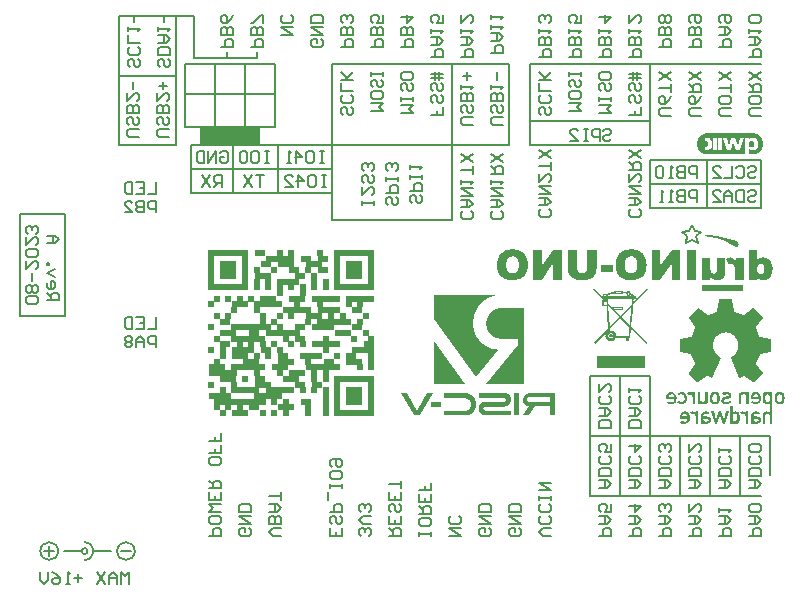
<source format=gbo>
G04*
G04 #@! TF.GenerationSoftware,Altium Limited,Altium Designer,23.7.1 (13)*
G04*
G04 Layer_Color=6737151*
%FSLAX44Y44*%
%MOMM*%
G71*
G04*
G04 #@! TF.SameCoordinates,1C2F31F7-A32A-4C1B-961E-631C19F8B413*
G04*
G04*
G04 #@! TF.FilePolarity,Positive*
G04*
G01*
G75*
%ADD13C,0.2000*%
%ADD156R,3.3940X0.4850*%
%ADD157R,0.4850X0.4850*%
%ADD158R,1.4550X0.4850*%
%ADD159R,0.4850X0.4840*%
%ADD160R,1.4540X0.4840*%
%ADD161R,0.9690X0.4840*%
%ADD162R,0.4840X0.4840*%
%ADD163R,1.4550X0.4850*%
%ADD164R,0.9700X0.4850*%
%ADD165R,4.3630X0.4850*%
%ADD166R,2.4250X0.4850*%
%ADD167R,1.9390X0.4850*%
%ADD168R,0.4850X0.4850*%
%ADD169R,1.4550X0.4850*%
%ADD170R,0.4850X0.4850*%
%ADD171R,2.4240X0.4850*%
%ADD172R,2.4240X0.4850*%
%ADD173R,0.9700X0.4850*%
%ADD174R,0.4850X0.4850*%
%ADD175R,1.4540X0.4850*%
%ADD176R,0.4850X0.4840*%
%ADD177R,2.4240X0.4840*%
%ADD178R,2.9090X0.4850*%
%ADD179R,0.9690X0.4850*%
%ADD180R,0.4840X0.4850*%
%ADD181R,1.9400X0.4850*%
%ADD182R,1.9390X0.4850*%
%ADD183R,2.4240X0.4850*%
%ADD184R,1.4550X0.4840*%
%ADD185R,2.9090X0.4840*%
%ADD186R,1.4550X0.4840*%
%ADD187R,3.3940X0.4850*%
%ADD188R,2.9090X0.4850*%
%ADD189R,0.9700X0.4850*%
%ADD190R,1.9390X0.4850*%
%ADD191R,2.4240X0.4850*%
%ADD192R,0.9700X0.4840*%
%ADD193R,2.4240X0.4840*%
G36*
X1132840Y886460D02*
X1133196Y886460D01*
X1133905Y886404D01*
X1134608Y886293D01*
X1135300Y886127D01*
X1135977Y885907D01*
X1136634Y885635D01*
X1137268Y885312D01*
X1137875Y884940D01*
X1138450Y884521D01*
X1138992Y884059D01*
X1139495Y883556D01*
X1139957Y883015D01*
X1140375Y882439D01*
X1140747Y881833D01*
X1141070Y881199D01*
X1141342Y880541D01*
X1141562Y879865D01*
X1141728Y879173D01*
X1141840Y878470D01*
X1141895Y877760D01*
X1141895Y877405D01*
X1141895Y877049D01*
X1141840Y876339D01*
X1141728Y875637D01*
X1141562Y874945D01*
X1141342Y874268D01*
X1141070Y873611D01*
X1140747Y872977D01*
X1140375Y872370D01*
X1139957Y871794D01*
X1139495Y871253D01*
X1138991Y870750D01*
X1138450Y870288D01*
X1137875Y869870D01*
X1137268Y869498D01*
X1136634Y869175D01*
X1135977Y868902D01*
X1135300Y868682D01*
X1134608Y868516D01*
X1133905Y868405D01*
X1133196Y868349D01*
X1130040D01*
Y873444D01*
X1130542Y872942D01*
X1130660Y872829D01*
X1130911Y872623D01*
X1131182Y872442D01*
X1131469Y872289D01*
X1131770Y872164D01*
X1132081Y872069D01*
X1132401Y872006D01*
X1132725Y871974D01*
X1132887Y871970D01*
X1133338D01*
X1133557Y871975D01*
X1133992Y872018D01*
X1134422Y872104D01*
X1134840Y872231D01*
X1135245Y872398D01*
X1135631Y872605D01*
X1135994Y872848D01*
X1136333Y873125D01*
X1136491Y873276D01*
X1136663Y873457D01*
X1136980Y873842D01*
X1137256Y874257D01*
X1137492Y874697D01*
X1137682Y875157D01*
X1137827Y875634D01*
X1137924Y876123D01*
X1137973Y876619D01*
X1137979Y876869D01*
X1137979Y876869D01*
Y877654D01*
X1137973Y877919D01*
X1137921Y878447D01*
X1137817Y878967D01*
X1137663Y879475D01*
X1137460Y879965D01*
X1137210Y880433D01*
X1136916Y880874D01*
X1136579Y881284D01*
X1136396Y881476D01*
X1136257Y881609D01*
X1135959Y881853D01*
X1135640Y882067D01*
X1135301Y882248D01*
X1134945Y882395D01*
X1134577Y882507D01*
X1134200Y882582D01*
X1133817Y882619D01*
X1133625Y882624D01*
Y882624D01*
X1133204Y882624D01*
X1133002Y882619D01*
X1132600Y882580D01*
X1132205Y882501D01*
X1131818Y882384D01*
X1131446Y882229D01*
X1131090Y882039D01*
X1130754Y881815D01*
X1130442Y881559D01*
X1130296Y881420D01*
X1130296Y881420D01*
X1130040Y881163D01*
X1130040Y882533D01*
X1126605D01*
Y868349D01*
X1095087D01*
X1094733Y868349D01*
X1094025Y868405D01*
X1093324Y868516D01*
X1092634Y868682D01*
X1091959Y868901D01*
X1091303Y869173D01*
X1090671Y869495D01*
X1090066Y869866D01*
X1089491Y870283D01*
X1088952Y870744D01*
X1088450Y871246D01*
X1087989Y871785D01*
X1087572Y872359D01*
X1087201Y872965D01*
X1086879Y873597D01*
X1086607Y874253D01*
X1086388Y874928D01*
X1086222Y875618D01*
X1086111Y876319D01*
X1086055Y877026D01*
X1086055Y877381D01*
X1086055Y877738D01*
X1086111Y878449D01*
X1086223Y879154D01*
X1086389Y879847D01*
X1086610Y880526D01*
X1086883Y881185D01*
X1087207Y881821D01*
X1087579Y882429D01*
X1087999Y883006D01*
X1088462Y883549D01*
X1088967Y884053D01*
X1089509Y884517D01*
X1090086Y884936D01*
X1090695Y885309D01*
X1091330Y885632D01*
X1091989Y885906D01*
X1092668Y886126D01*
X1093362Y886292D01*
X1094066Y886404D01*
X1094777Y886460D01*
X1095134Y886460D01*
Y886460D01*
X1132840Y886460D01*
D02*
G37*
G36*
X716280Y876300D02*
X665480D01*
Y891540D01*
X716280D01*
Y876300D01*
D02*
G37*
G36*
X1133546Y879529D02*
X1134175Y878900D01*
X1134516Y878078D01*
Y877633D01*
Y876897D01*
Y876452D01*
X1134175Y875630D01*
X1133546Y875000D01*
X1132723Y874660D01*
X1131837D01*
X1131022Y874997D01*
X1130398Y875621D01*
X1130060Y876436D01*
Y876878D01*
X1130081Y877826D01*
Y878227D01*
X1130389Y878970D01*
X1130957Y879538D01*
X1131700Y879846D01*
X1132521D01*
X1132278Y879870D01*
X1132723D01*
X1133546Y879529D01*
D02*
G37*
G36*
X1103348Y799279D02*
X1110025Y797952D01*
X1116540Y795979D01*
X1119685Y794678D01*
X1119685D01*
X1120075Y794517D01*
X1120701Y793950D01*
X1121099Y793206D01*
X1121223Y792371D01*
X1121058Y791544D01*
X1120625Y790820D01*
X1119972Y790284D01*
X1119178Y790000D01*
X1118756D01*
X1115807Y791764D01*
X1109645Y794803D01*
X1103192Y797162D01*
X1096522Y798812D01*
X1093131Y799366D01*
X1093017Y799381D01*
X1092872Y799559D01*
X1092887Y799788D01*
X1093055Y799945D01*
X1093170Y799945D01*
X1096573Y799945D01*
X1103348Y799279D01*
D02*
G37*
G36*
X1125000Y752500D02*
X1090500D01*
Y757500D01*
X1125000D01*
Y752500D01*
D02*
G37*
G36*
X918105Y749300D02*
X918105Y749300D01*
X917772Y749275D01*
X917107Y749211D01*
X916444Y749129D01*
X915785Y749027D01*
X915128Y748906D01*
X914475Y748766D01*
X913826Y748607D01*
X913182Y748430D01*
X912544Y748234D01*
X911911Y748020D01*
X911285Y747788D01*
X910666Y747538D01*
X910054Y747270D01*
X909451Y746984D01*
X908856Y746681D01*
X908270Y746361D01*
X907693Y746024D01*
X907126Y745671D01*
X906570Y745302D01*
X906025Y744916D01*
X905491Y744515D01*
X904968Y744099D01*
X904458Y743668D01*
X903961Y743222D01*
X903477Y742762D01*
X903006Y742289D01*
X902549Y741802D01*
X902107Y741302D01*
X901679Y740789D01*
X901266Y740264D01*
X900868Y739728D01*
X900486Y739180D01*
X900120Y738622D01*
X899770Y738053D01*
X899437Y737474D01*
X899121Y736886D01*
X898821Y736289D01*
X898540Y735683D01*
X898275Y735070D01*
X898029Y734449D01*
X897801Y733822D01*
X897590Y733188D01*
X897398Y732549D01*
X897225Y731904D01*
X897071Y731254D01*
X896935Y730600D01*
X896818Y729943D01*
X896720Y729282D01*
X896642Y728619D01*
X896582Y727954D01*
X896542Y727287D01*
X896521Y726620D01*
X896518Y726286D01*
X896506Y725955D01*
X896496Y725293D01*
X896506Y724631D01*
X896536Y723969D01*
X896586Y723309D01*
X896655Y722650D01*
X896743Y721994D01*
X896852Y721340D01*
X896979Y720691D01*
X897126Y720045D01*
X897292Y719404D01*
X897477Y718768D01*
X897680Y718138D01*
X897903Y717514D01*
X898143Y716897D01*
X898402Y716288D01*
X898679Y715686D01*
X898974Y715093D01*
X899286Y714509D01*
X899615Y713934D01*
X899962Y713370D01*
X900325Y712816D01*
X900704Y712273D01*
X901099Y711742D01*
X901510Y711223D01*
X901936Y710715D01*
X902377Y710221D01*
X902832Y709741D01*
X903302Y709274D01*
X903785Y708821D01*
X904281Y708382D01*
X904790Y707959D01*
X905312Y707551D01*
X905845Y707159D01*
X906390Y706782D01*
X906946Y706422D01*
X907512Y706079D01*
X908089Y705752D01*
X908674Y705443D01*
X909269Y705152D01*
X909872Y704878D01*
X910482Y704622D01*
X911101Y704385D01*
X911726Y704166D01*
X912357Y703965D01*
X912994Y703784D01*
X913636Y703621D01*
X914282Y703478D01*
X914933Y703354D01*
X915586Y703249D01*
X916243Y703164D01*
X916902Y703098D01*
X917232Y703073D01*
X898600Y680300D01*
X863600Y729300D01*
Y749300D01*
X918105Y749300D01*
D02*
G37*
G36*
X939600Y674300D02*
X907600D01*
X934600Y707300D01*
Y712300D01*
X920345D01*
X919835Y712320D01*
X919325Y712360D01*
X918819Y712420D01*
X918314Y712500D01*
X917813Y712600D01*
X917317Y712719D01*
X916825Y712857D01*
X916340Y713015D01*
X915861Y713192D01*
X915389Y713387D01*
X914926Y713601D01*
X914471Y713833D01*
X914025Y714082D01*
X913590Y714349D01*
X913165Y714633D01*
X912752Y714933D01*
X912351Y715249D01*
X911963Y715581D01*
X911588Y715927D01*
X911227Y716288D01*
X910881Y716663D01*
X910549Y717051D01*
X910233Y717452D01*
X909933Y717865D01*
X909649Y718290D01*
X909382Y718725D01*
X909133Y719171D01*
X908901Y719625D01*
X908687Y720089D01*
X908492Y720561D01*
X908315Y721040D01*
X908157Y721525D01*
X908019Y722017D01*
X907900Y722513D01*
X907800Y723014D01*
X907720Y723519D01*
X907660Y724025D01*
X907620Y724535D01*
X907600Y725045D01*
Y725300D01*
Y725555D01*
X907620Y726065D01*
X907660Y726574D01*
X907720Y727082D01*
X907800Y727586D01*
X907900Y728086D01*
X908019Y728583D01*
X908157Y729074D01*
X908315Y729560D01*
X908492Y730039D01*
X908687Y730511D01*
X908901Y730974D01*
X909133Y731429D01*
X909382Y731875D01*
X909649Y732310D01*
X909933Y732735D01*
X910233Y733148D01*
X910549Y733549D01*
X910881Y733937D01*
X911227Y734312D01*
X911588Y734673D01*
X911963Y735019D01*
X912351Y735351D01*
X912752Y735667D01*
X913165Y735967D01*
X913590Y736251D01*
X914025Y736518D01*
X914471Y736767D01*
X914926Y736999D01*
X915389Y737213D01*
X915861Y737408D01*
X916340Y737585D01*
X916825Y737743D01*
X917317Y737881D01*
X917813Y738000D01*
X918314Y738100D01*
X918819Y738180D01*
X919325Y738240D01*
X919835Y738280D01*
X920345Y738300D01*
X939600D01*
Y674300D01*
D02*
G37*
G36*
X889600D02*
X863600D01*
Y710300D01*
X889600Y674300D01*
D02*
G37*
G36*
X965600Y647300D02*
X961600D01*
Y655300D01*
X948600D01*
X943600Y647300D01*
X938600D01*
X943600Y655300D01*
X943460D01*
X943180Y655316D01*
X942901Y655347D01*
X942624Y655394D01*
X942351Y655457D01*
X942081Y655534D01*
X941816Y655627D01*
X941557Y655734D01*
X941304Y655856D01*
X941059Y655992D01*
X940821Y656141D01*
X940592Y656303D01*
X940373Y656478D01*
X940164Y656665D01*
X939965Y656864D01*
X939778Y657073D01*
X939603Y657292D01*
X939441Y657521D01*
X939292Y657759D01*
X939156Y658004D01*
X939034Y658257D01*
X938927Y658516D01*
X938834Y658781D01*
X938757Y659051D01*
X938694Y659324D01*
X938647Y659601D01*
X938616Y659880D01*
X938600Y660160D01*
Y660300D01*
X938600Y660468D01*
X938619Y660804D01*
X938656Y661139D01*
X938713Y661471D01*
X938788Y661799D01*
X938881Y662123D01*
X938992Y662440D01*
X939121Y662752D01*
X939267Y663055D01*
X939430Y663350D01*
X939609Y663635D01*
X939804Y663909D01*
X940014Y664173D01*
X940238Y664424D01*
X940476Y664662D01*
X940727Y664886D01*
X940991Y665096D01*
X941265Y665291D01*
X941550Y665470D01*
X941845Y665633D01*
X942148Y665779D01*
X942459Y665908D01*
X942777Y666019D01*
X943101Y666112D01*
X943429Y666187D01*
X943761Y666243D01*
X944095Y666281D01*
X944432Y666300D01*
X944600Y666300D01*
X965600Y666300D01*
Y647300D01*
D02*
G37*
G36*
X923100Y666300D02*
X923254Y666300D01*
X923562Y666283D01*
X923869Y666248D01*
X924174Y666196D01*
X924474Y666128D01*
X924771Y666042D01*
X925062Y665940D01*
X925347Y665822D01*
X925625Y665688D01*
X925896Y665539D01*
X926157Y665375D01*
X926409Y665196D01*
X926650Y665004D01*
X926880Y664798D01*
X927098Y664580D01*
X927304Y664350D01*
X927496Y664108D01*
X927675Y663857D01*
X927839Y663595D01*
X927988Y663325D01*
X928122Y663047D01*
X928240Y662762D01*
X928342Y662471D01*
X928428Y662174D01*
X928473Y661975D01*
X928598Y660813D01*
X928600Y660800D01*
X928600Y660800D01*
X928473Y659566D01*
X928412Y659301D01*
X928319Y658977D01*
X928208Y658659D01*
X928079Y658348D01*
X927933Y658045D01*
X927770Y657750D01*
X927591Y657465D01*
X927396Y657190D01*
X927186Y656927D01*
X926962Y656676D01*
X926724Y656438D01*
X926472Y656214D01*
X926209Y656004D01*
X925935Y655809D01*
X925650Y655630D01*
X925355Y655467D01*
X925051Y655321D01*
X924741Y655192D01*
X924423Y655081D01*
X924099Y654988D01*
X923819Y654924D01*
X922600Y654800D01*
Y654800D01*
X907100Y654800D01*
X907016Y654798D01*
X906849Y654784D01*
X906683Y654756D01*
X906520Y654714D01*
X906362Y654659D01*
X906208Y654590D01*
X906061Y654509D01*
X905921Y654416D01*
X905790Y654311D01*
X905668Y654196D01*
X905555Y654071D01*
X905454Y653937D01*
X905365Y653795D01*
X905287Y653645D01*
X905223Y653490D01*
X905172Y653330D01*
X905151Y653249D01*
X905153Y653153D01*
X905172Y652963D01*
X905209Y652775D01*
X905265Y652592D01*
X905338Y652416D01*
X905428Y652247D01*
X905535Y652088D01*
X905656Y651940D01*
X905791Y651805D01*
X905939Y651684D01*
X906098Y651577D01*
X906267Y651487D01*
X906443Y651414D01*
X906626Y651358D01*
X906814Y651321D01*
X907004Y651302D01*
X907100Y651300D01*
X907100Y651300D01*
X928600Y651300D01*
Y647300D01*
X907100Y647300D01*
X906932Y647300D01*
X906596Y647319D01*
X906261Y647356D01*
X905929Y647413D01*
X905601Y647488D01*
X905277Y647581D01*
X904959Y647692D01*
X904648Y647821D01*
X904345Y647967D01*
X904050Y648130D01*
X903765Y648309D01*
X903491Y648504D01*
X903227Y648714D01*
X902976Y648938D01*
X902738Y649176D01*
X902514Y649427D01*
X902304Y649691D01*
X902109Y649965D01*
X901930Y650250D01*
X901767Y650545D01*
X901621Y650848D01*
X901492Y651159D01*
X901381Y651477D01*
X901288Y651801D01*
X901213Y652129D01*
X901156Y652461D01*
X901119Y652795D01*
X901100Y653132D01*
X901100Y653300D01*
X901100Y653454D01*
X901117Y653762D01*
X901152Y654069D01*
X901204Y654373D01*
X901272Y654674D01*
X901358Y654971D01*
X901460Y655262D01*
X901578Y655547D01*
X901712Y655825D01*
X901861Y656096D01*
X902025Y656357D01*
X902204Y656609D01*
X902396Y656850D01*
X902602Y657080D01*
X902820Y657298D01*
X903050Y657504D01*
X903291Y657696D01*
X903543Y657875D01*
X903804Y658039D01*
X904075Y658188D01*
X904353Y658322D01*
X904638Y658440D01*
X904929Y658542D01*
X905226Y658628D01*
X905527Y658696D01*
X905831Y658748D01*
X906137Y658783D01*
X906446Y658800D01*
X906600Y658800D01*
X906600Y658800D01*
X922100D01*
X922198Y658802D01*
X922393Y658822D01*
X922586Y658860D01*
X922774Y658917D01*
X922955Y658992D01*
X923128Y659084D01*
X923291Y659193D01*
X923443Y659318D01*
X923582Y659457D01*
X923706Y659609D01*
X923815Y659772D01*
X923908Y659945D01*
X923983Y660126D01*
X924040Y660314D01*
X924078Y660507D01*
X924098Y660702D01*
X924100Y660800D01*
X924100Y660800D01*
X924100Y660800D01*
X924098Y660874D01*
X924084Y661020D01*
X924055Y661164D01*
X924012Y661305D01*
X923956Y661441D01*
X923956Y661441D01*
X923887Y661571D01*
X923887Y661571D01*
X923805Y661693D01*
X923805Y661693D01*
X923711Y661807D01*
X923711Y661807D01*
X923607Y661911D01*
X923494Y662005D01*
X923371Y662087D01*
X923241Y662156D01*
X923105Y662212D01*
X922964Y662255D01*
X922820Y662284D01*
X922674Y662298D01*
X922600Y662300D01*
X901100D01*
Y666300D01*
X923100Y666300D01*
D02*
G37*
G36*
X869100Y654800D02*
X861100D01*
Y658800D01*
X869100D01*
Y654800D01*
D02*
G37*
G36*
X851600Y647300D02*
X846100D01*
X835100Y666300D01*
X840100D01*
X848600Y651300D01*
X857600Y666300D01*
X862600D01*
X851600Y647300D01*
D02*
G37*
G36*
X889600Y666300D02*
X889807Y666300D01*
X890221Y666282D01*
X890635Y666246D01*
X891046Y666192D01*
X891454Y666120D01*
X891859Y666030D01*
X892259Y665923D01*
X892654Y665798D01*
X893044Y665656D01*
X893427Y665497D01*
X893803Y665322D01*
X894170Y665131D01*
X894529Y664923D01*
X894879Y664701D01*
X895219Y664463D01*
X895548Y664211D01*
X895865Y663944D01*
X896171Y663664D01*
X896464Y663371D01*
X896744Y663065D01*
X897011Y662748D01*
X897263Y662419D01*
X897501Y662079D01*
X897724Y661730D01*
X897931Y661370D01*
X898122Y661003D01*
X898298Y660627D01*
X898456Y660244D01*
X898598Y659854D01*
X898723Y659459D01*
X898830Y659059D01*
X898920Y658654D01*
X898992Y658245D01*
X899046Y657834D01*
X899082Y657421D01*
X899100Y657007D01*
X899100Y656800D01*
X899100Y656800D01*
X899019Y655563D01*
X898992Y655354D01*
X898920Y654946D01*
X898830Y654541D01*
X898723Y654141D01*
X898598Y653746D01*
X898456Y653356D01*
X898298Y652973D01*
X898122Y652597D01*
X897931Y652230D01*
X897724Y651870D01*
X897501Y651521D01*
X897263Y651181D01*
X897011Y650852D01*
X896744Y650535D01*
X896464Y650229D01*
X896171Y649936D01*
X895865Y649656D01*
X895548Y649389D01*
X895219Y649137D01*
X894879Y648899D01*
X894529Y648676D01*
X894170Y648469D01*
X893803Y648278D01*
X893427Y648102D01*
X893044Y647944D01*
X892654Y647802D01*
X892259Y647677D01*
X891859Y647570D01*
X891454Y647480D01*
X891046Y647408D01*
X890836Y647381D01*
X889600Y647300D01*
X889600Y647300D01*
X889600Y647300D01*
X871600D01*
Y651300D01*
X889600D01*
X889750Y651302D01*
X890049Y651320D01*
X890346Y651356D01*
X890640Y651409D01*
X890931Y651480D01*
X891217Y651569D01*
X891497Y651674D01*
X891771Y651796D01*
X892036Y651934D01*
X892293Y652087D01*
X892541Y652256D01*
X892777Y652439D01*
X893003Y652636D01*
X893216Y652847D01*
X893416Y653069D01*
X893602Y653303D01*
X893774Y653548D01*
X893932Y653803D01*
X894073Y654066D01*
X894199Y654338D01*
X894308Y654617D01*
X894400Y654902D01*
X894475Y655191D01*
X894533Y655485D01*
X894573Y655782D01*
X894595Y656080D01*
X894599Y656380D01*
X894585Y656679D01*
X894572Y656828D01*
X894570Y656967D01*
X894554Y657246D01*
X894523Y657523D01*
X894476Y657798D01*
X894414Y658070D01*
X894337Y658338D01*
X894245Y658601D01*
X894138Y658859D01*
X894017Y659110D01*
X893882Y659354D01*
X893734Y659590D01*
X893573Y659818D01*
X893399Y660036D01*
X893213Y660244D01*
X893016Y660441D01*
X892808Y660627D01*
X892590Y660801D01*
X892362Y660962D01*
X892126Y661110D01*
X891882Y661245D01*
X891631Y661366D01*
X891373Y661473D01*
X891110Y661565D01*
X890842Y661642D01*
X890570Y661704D01*
X890570Y661704D01*
X890295Y661751D01*
X890294Y661751D01*
X890018Y661782D01*
X890016Y661782D01*
X889739Y661798D01*
X889602Y661800D01*
X889600Y661800D01*
X889600Y661800D01*
X889600Y661800D01*
X871600D01*
Y666300D01*
X889600Y666300D01*
D02*
G37*
G36*
X935600Y647300D02*
X931100D01*
Y666300D01*
X935600D01*
Y647300D01*
D02*
G37*
G36*
X1044374Y754060D02*
X1031857Y741025D01*
X1031486Y737469D01*
X1030672Y728952D01*
X1030079Y722804D01*
X1043485Y708954D01*
X1042596Y708065D01*
X1029931Y721027D01*
X1029190Y713102D01*
X1028820D01*
Y710065D01*
X1026005D01*
Y713102D01*
X1017266D01*
X1016969Y712509D01*
X1016525Y711917D01*
X1015932Y711250D01*
X1015118Y710657D01*
X1014155Y710361D01*
X1013266Y710287D01*
X1012377D01*
X1011711Y710509D01*
X1010896Y710806D01*
X1010229Y711250D01*
X1009711Y711768D01*
X1009192Y712509D01*
X1008822Y713324D01*
X1008600Y714064D01*
X1008526Y714731D01*
X1008600Y715472D01*
X1008748Y716064D01*
X1008970Y716657D01*
X1009266Y717249D01*
X1009637Y717768D01*
X1010155Y718286D01*
X1010748Y718657D01*
X1011266Y718879D01*
X1011192Y719545D01*
X1000082Y708065D01*
X999193Y709028D01*
X1011044Y721323D01*
X1010081Y732063D01*
X1009415Y739840D01*
X1005859D01*
Y744802D01*
X1006822D01*
X997786Y754060D01*
X998749Y754949D01*
X1007193Y746209D01*
Y746876D01*
X1007044Y747024D01*
X1006822Y747172D01*
X1006600Y747394D01*
X1006378Y747617D01*
X1006230Y747987D01*
X1006156Y748283D01*
X1006082Y748653D01*
X1006156Y749098D01*
X1006304Y749394D01*
X1006600Y749913D01*
X1006970Y750209D01*
X1007489Y750431D01*
X1008007Y750505D01*
X1008526Y750431D01*
X1008970Y750283D01*
X1009341Y750061D01*
X1009489Y749838D01*
X1009859Y750135D01*
X1010377Y750505D01*
X1011044Y750801D01*
X1012007Y751172D01*
X1013044Y751468D01*
X1014081Y751690D01*
X1015192Y751912D01*
X1016080Y751986D01*
Y753098D01*
X1023191D01*
Y752135D01*
X1023783D01*
X1024672Y752060D01*
X1025635Y751912D01*
X1026598Y751764D01*
Y752357D01*
X1029635D01*
Y750949D01*
X1030005Y750727D01*
X1030524Y750505D01*
X1031042Y750209D01*
X1031486Y749913D01*
X1031931Y749542D01*
X1032227Y749246D01*
X1032375Y749024D01*
X1032523Y748727D01*
X1032449Y748209D01*
X1034227D01*
Y745913D01*
X1032301D01*
X1032005Y743024D01*
X1043485Y754949D01*
X1044374Y754060D01*
D02*
G37*
G36*
X1041708Y697844D02*
Y697696D01*
Y697400D01*
Y697103D01*
Y696807D01*
Y696511D01*
Y696363D01*
Y696289D01*
Y695104D01*
Y693992D01*
Y693474D01*
Y693104D01*
Y692881D01*
Y692807D01*
Y691474D01*
Y690882D01*
Y690363D01*
Y689919D01*
Y689622D01*
Y689400D01*
Y689326D01*
Y688808D01*
Y688438D01*
Y688141D01*
Y687993D01*
Y687771D01*
X1001193D01*
Y687845D01*
Y687993D01*
Y688586D01*
Y689104D01*
Y689252D01*
Y689326D01*
Y690511D01*
Y691622D01*
Y692141D01*
Y692511D01*
Y692733D01*
Y692807D01*
Y694141D01*
Y694733D01*
Y695252D01*
Y695696D01*
Y695992D01*
Y696215D01*
Y696289D01*
Y696807D01*
Y697251D01*
Y697548D01*
Y697696D01*
Y697844D01*
Y697918D01*
X1041708D01*
Y697844D01*
D02*
G37*
G36*
X1115555Y745587D02*
Y745402D01*
Y745217D01*
X1117592Y735403D01*
Y735033D01*
X1117777Y734847D01*
X1117962D01*
X1124628Y732070D01*
X1125369D01*
X1133516Y737995D01*
X1134072D01*
X1134257Y737810D01*
X1141478Y730959D01*
Y730774D01*
Y730589D01*
Y730404D01*
Y730218D01*
X1135738Y721886D01*
Y721701D01*
Y721516D01*
Y721330D01*
Y721145D01*
X1138516Y714294D01*
X1139071Y713924D01*
X1139256D01*
X1148700Y712257D01*
X1148885D01*
X1149070Y712072D01*
Y711887D01*
Y711702D01*
Y701888D01*
Y701518D01*
X1148885Y701332D01*
X1148700D01*
X1139441Y699481D01*
X1139256D01*
X1139071Y699296D01*
Y699110D01*
Y698925D01*
X1135923Y691704D01*
Y691519D01*
Y691333D01*
Y691148D01*
Y690963D01*
X1141478Y683186D01*
Y683001D01*
Y682816D01*
Y682631D01*
X1134257Y675594D01*
X1133886Y675409D01*
X1133701D01*
X1133516Y675594D01*
X1125924Y680779D01*
X1125369D01*
X1122036Y678927D01*
X1121480Y679113D01*
X1121295D01*
X1114444Y695963D01*
Y696518D01*
X1114629Y696703D01*
X1115555Y697074D01*
Y697259D01*
X1115740D01*
X1115925Y697444D01*
X1116111Y697629D01*
X1117777Y698925D01*
X1119073Y700221D01*
X1119814Y701703D01*
X1120555Y703184D01*
X1120925Y704480D01*
X1121110Y705591D01*
Y706332D01*
Y706517D01*
X1120925Y708184D01*
X1120555Y709665D01*
X1120184Y710961D01*
X1119444Y712072D01*
X1118888Y712998D01*
X1118518Y713739D01*
X1118147Y714109D01*
X1117962Y714294D01*
X1116666Y715405D01*
X1115370Y716146D01*
X1114074Y716886D01*
X1112777Y717257D01*
X1111852Y717442D01*
X1110926Y717627D01*
X1110185D01*
X1108519Y717442D01*
X1107037Y717072D01*
X1105741Y716516D01*
X1104630Y715961D01*
X1103704Y715405D01*
X1102964Y714850D01*
X1102593Y714479D01*
X1102408Y714294D01*
X1101297Y712998D01*
X1100556Y711702D01*
X1100001Y710406D01*
X1099631Y709295D01*
X1099445Y708184D01*
X1099260Y707258D01*
Y706702D01*
Y706517D01*
X1099445Y704480D01*
X1100001Y702629D01*
X1100927Y701147D01*
X1101667Y699851D01*
X1102593Y698925D01*
X1103519Y698185D01*
X1104075Y697814D01*
X1104260Y697629D01*
X1104445Y697444D01*
X1104630Y697259D01*
X1104815Y697074D01*
X1105741Y696703D01*
X1105926Y696148D01*
Y695963D01*
X1098890Y679113D01*
X1098705Y678927D01*
X1098335D01*
X1095187Y680779D01*
X1094446D01*
X1086854Y675594D01*
X1086484Y675409D01*
X1086299D01*
X1086114Y675594D01*
X1079077Y682631D01*
Y682816D01*
Y683186D01*
X1084447Y690963D01*
Y691148D01*
Y691333D01*
Y691519D01*
Y691704D01*
X1081299Y698925D01*
Y699296D01*
X1081114Y699481D01*
X1080929D01*
X1071671Y701332D01*
X1071486Y701518D01*
X1071300Y701703D01*
Y701888D01*
Y711702D01*
Y712072D01*
X1071486Y712257D01*
X1071671D01*
X1081114Y713924D01*
X1081484D01*
X1081670Y714109D01*
Y714294D01*
X1084632Y721145D01*
Y721330D01*
Y721516D01*
Y721886D01*
X1079077Y730218D01*
Y730404D01*
Y730589D01*
Y730774D01*
Y730959D01*
X1086114Y737810D01*
X1086484Y737995D01*
X1086854D01*
X1095187Y732070D01*
X1095742D01*
X1102408Y734847D01*
X1102593Y735033D01*
X1102778Y735218D01*
Y735403D01*
X1104815Y745217D01*
Y745587D01*
X1105001Y745772D01*
X1115370D01*
X1115555Y745587D01*
D02*
G37*
G36*
X1149811Y640413D02*
X1147959D01*
Y646523D01*
X1147774Y647264D01*
X1147589Y648005D01*
X1146848Y648560D01*
X1146292Y648931D01*
X1145922D01*
X1145182Y648745D01*
X1144626Y648560D01*
X1143885Y647820D01*
X1143700Y646894D01*
Y646709D01*
Y646523D01*
Y640413D01*
X1141663D01*
Y647264D01*
X1141849Y648375D01*
X1142219Y649301D01*
X1142774Y649856D01*
X1143330Y650412D01*
X1144626Y650782D01*
X1145182D01*
X1146478Y650597D01*
X1147403Y650227D01*
X1147774Y649856D01*
X1147959Y649671D01*
Y657819D01*
X1146848Y657263D01*
X1145922Y656893D01*
X1145367Y656708D01*
X1145182D01*
X1144071Y656893D01*
X1143145Y657448D01*
X1142404Y658004D01*
X1142219Y658189D01*
X1142034Y658559D01*
X1141849Y659115D01*
X1141663Y660411D01*
Y661522D01*
Y661892D01*
Y662077D01*
Y663929D01*
X1141849Y665225D01*
X1142034Y665966D01*
X1142219Y666151D01*
X1143145Y666892D01*
X1144256Y667262D01*
X1144811Y667447D01*
X1145182D01*
X1146292Y667262D01*
X1147218Y666892D01*
X1147774Y666336D01*
X1147959Y666151D01*
Y667447D01*
X1149811D01*
Y640413D01*
D02*
G37*
G36*
X1129813Y656893D02*
X1127591D01*
Y663188D01*
X1127406Y663929D01*
X1127220Y664484D01*
X1126480Y665225D01*
X1125924Y665410D01*
X1124813D01*
X1124258Y665040D01*
X1123517Y664299D01*
X1123332Y663559D01*
Y663373D01*
Y663188D01*
Y656893D01*
X1121295D01*
Y663744D01*
X1121480Y665040D01*
X1121851Y665966D01*
X1122406Y666521D01*
X1122962Y667077D01*
X1124258Y667447D01*
X1124813D01*
X1126109Y667262D01*
X1127035Y666892D01*
X1127406Y666336D01*
X1127591Y666151D01*
Y667447D01*
X1129813D01*
Y656893D01*
D02*
G37*
G36*
X1084447D02*
X1082225D01*
Y663188D01*
X1082040Y663929D01*
X1081855Y664484D01*
X1081114Y665225D01*
X1080559Y665410D01*
X1080188D01*
X1079818Y665225D01*
X1079448Y665040D01*
X1079077Y664855D01*
Y664670D01*
X1077411Y666706D01*
X1078151Y667077D01*
X1078892Y667447D01*
X1079448D01*
X1080744Y667262D01*
X1081670Y666892D01*
X1082040Y666336D01*
X1082225Y666151D01*
Y667447D01*
X1084447D01*
Y656893D01*
D02*
G37*
G36*
X1095187Y660226D02*
X1095002Y659115D01*
X1094631Y658189D01*
X1094076Y657633D01*
X1093335Y657078D01*
X1092039Y656708D01*
X1091483D01*
X1090558Y656893D01*
X1089632Y657263D01*
X1089076Y657633D01*
X1088891Y657819D01*
Y656893D01*
X1086854D01*
Y667447D01*
X1088891D01*
Y661152D01*
Y660411D01*
X1089261Y659855D01*
X1089817Y659300D01*
X1090372Y658930D01*
X1090743D01*
X1091483Y659115D01*
X1092039Y659300D01*
X1092594Y660041D01*
X1092965Y660781D01*
Y661152D01*
Y667447D01*
X1095187D01*
Y660226D01*
D02*
G37*
G36*
X1074448Y667262D02*
X1075559Y666706D01*
X1076485Y665781D01*
X1077040Y664855D01*
X1077411Y663744D01*
X1077596Y663003D01*
Y662262D01*
Y662077D01*
X1077411Y660226D01*
X1076855Y658930D01*
X1076115Y658004D01*
X1075189Y657448D01*
X1074263Y657078D01*
X1073522Y656708D01*
X1072782D01*
X1071300Y657078D01*
X1070004Y657633D01*
X1069264Y658189D01*
X1069078Y658559D01*
X1070745Y660041D01*
X1071486Y659485D01*
X1072041Y659115D01*
X1072597Y658930D01*
X1072782D01*
X1073708Y659115D01*
X1074448Y659485D01*
X1074818Y659855D01*
X1075189Y660596D01*
X1075559Y661522D01*
Y661892D01*
Y662077D01*
X1075374Y663188D01*
X1075189Y663929D01*
X1074633Y664670D01*
X1074078Y665040D01*
X1073152Y665410D01*
X1072782D01*
X1071856Y665225D01*
X1071300Y664855D01*
X1070930Y664484D01*
X1070745Y664299D01*
X1069078Y665781D01*
X1070375Y666706D01*
X1071486Y667262D01*
X1072411Y667447D01*
X1072782D01*
X1074448Y667262D01*
D02*
G37*
G36*
X1137405D02*
X1138330Y666706D01*
X1139071Y665781D01*
X1139626Y664855D01*
X1139997Y663744D01*
X1140182Y663003D01*
Y662262D01*
Y662077D01*
X1139997Y660226D01*
X1139441Y658930D01*
X1138701Y658004D01*
X1137775Y657448D01*
X1137034Y657078D01*
X1136294Y656708D01*
X1135553D01*
X1134072Y656893D01*
X1132775Y657633D01*
X1132035Y658189D01*
X1131664Y658374D01*
X1133331Y659855D01*
X1134072Y659115D01*
X1134812Y658744D01*
X1135368Y658559D01*
X1135738D01*
X1136479Y658744D01*
X1137034Y658930D01*
X1137775Y659855D01*
X1138145Y660781D01*
Y660966D01*
Y661152D01*
X1131479D01*
Y663188D01*
X1131664Y664670D01*
X1132220Y665595D01*
X1132961Y666336D01*
X1133701Y666892D01*
X1134442Y667262D01*
X1135183Y667447D01*
X1135923D01*
X1137405Y667262D01*
D02*
G37*
G36*
X1065930D02*
X1066856Y666706D01*
X1067597Y665781D01*
X1068152Y664855D01*
X1068523Y663744D01*
X1068708Y663003D01*
Y662262D01*
Y662077D01*
X1068523Y660226D01*
X1067967Y658930D01*
X1067227Y658004D01*
X1066301Y657448D01*
X1065375Y657078D01*
X1064634Y656708D01*
X1063894D01*
X1062412Y656893D01*
X1061301Y657633D01*
X1060561Y658189D01*
X1060190Y658374D01*
X1061857Y659855D01*
X1062412Y659115D01*
X1063153Y658744D01*
X1063708Y658559D01*
X1063894D01*
X1064819Y658744D01*
X1065375Y658930D01*
X1066116Y659855D01*
X1066486Y660781D01*
Y660966D01*
Y661152D01*
X1059820D01*
Y663188D01*
X1060005Y664670D01*
X1060561Y665595D01*
X1061301Y666336D01*
X1062042Y666892D01*
X1062968Y667262D01*
X1063708Y667447D01*
X1064449D01*
X1065930Y667262D01*
D02*
G37*
G36*
X1157402D02*
X1158328Y666892D01*
X1159069Y666336D01*
X1159254Y666151D01*
X1159810Y664855D01*
X1159995Y663559D01*
X1160180Y662448D01*
Y662262D01*
Y662077D01*
X1159995Y660411D01*
X1159624Y659115D01*
X1159439Y658374D01*
X1159254Y658189D01*
X1158143Y657263D01*
X1157032Y656893D01*
X1156292Y656708D01*
X1155921D01*
X1154625Y656893D01*
X1153699Y657448D01*
X1153144Y658004D01*
X1152959Y658189D01*
X1152218Y659300D01*
X1152033Y660596D01*
X1151848Y661707D01*
Y661892D01*
Y662077D01*
X1152033Y663929D01*
X1152403Y665225D01*
X1152773Y665966D01*
X1152959Y666151D01*
X1153699Y666892D01*
X1154625Y667262D01*
X1155551Y667447D01*
X1155921D01*
X1157402Y667262D01*
D02*
G37*
G36*
X1112407D02*
X1113333Y666892D01*
X1114074Y666521D01*
X1114444Y665966D01*
X1114999Y664855D01*
Y664484D01*
Y664299D01*
X1114814Y663373D01*
X1114444Y662633D01*
X1113518Y661707D01*
X1112407Y661337D01*
X1112222Y661152D01*
X1110185D01*
X1109259Y660781D01*
X1108889Y660411D01*
X1108704Y660226D01*
Y660041D01*
Y659485D01*
X1109074Y659115D01*
X1109815Y658744D01*
X1110555Y658559D01*
X1110926D01*
X1112222Y658744D01*
X1113333Y659300D01*
X1114074Y659855D01*
X1114259Y660041D01*
X1115555Y658559D01*
X1114074Y657448D01*
X1112592Y656893D01*
X1111481Y656708D01*
X1111111D01*
X1109630Y656893D01*
X1108519Y657263D01*
X1107778Y657819D01*
X1107223Y658374D01*
X1106852Y658930D01*
X1106667Y659485D01*
Y659855D01*
Y660041D01*
X1106852Y660966D01*
X1107037Y661707D01*
X1108148Y662633D01*
X1109074Y663003D01*
X1109445Y663188D01*
X1109630D01*
X1111666Y663373D01*
X1112407Y663559D01*
X1112777Y663929D01*
X1112963Y664114D01*
Y664299D01*
X1112592Y665040D01*
X1112037Y665225D01*
X1111481Y665410D01*
X1111111D01*
X1110370Y665225D01*
X1109445Y665040D01*
X1108704Y664670D01*
X1108334Y664484D01*
X1107037Y665966D01*
X1108334Y666892D01*
X1109630Y667262D01*
X1110741Y667447D01*
X1111111D01*
X1112407Y667262D01*
D02*
G37*
G36*
X1102593D02*
X1103704Y666892D01*
X1104260Y666336D01*
X1104445Y666151D01*
X1105001Y665040D01*
X1105371Y663559D01*
X1105556Y662448D01*
Y662262D01*
Y662077D01*
X1105371Y660411D01*
X1105001Y659115D01*
X1104630Y658374D01*
X1104445Y658189D01*
X1103334Y657263D01*
X1102408Y656893D01*
X1101667Y656708D01*
X1101297D01*
X1099816Y656893D01*
X1098890Y657448D01*
X1098335Y658004D01*
X1098149Y658189D01*
X1097409Y659300D01*
X1097224Y660596D01*
X1097038Y661707D01*
Y661892D01*
Y662077D01*
X1097224Y663929D01*
X1097594Y665225D01*
X1097964Y665966D01*
X1098149Y666151D01*
X1099075Y666892D01*
X1100001Y667262D01*
X1100927Y667447D01*
X1101297D01*
X1102593Y667262D01*
D02*
G37*
G36*
X1129257Y640413D02*
X1127220D01*
Y646523D01*
Y647264D01*
X1126850Y648005D01*
X1126295Y648560D01*
X1125739Y648931D01*
X1125369D01*
X1124813Y648745D01*
X1124258Y648560D01*
X1124073Y648375D01*
X1123887Y648190D01*
X1122221Y650042D01*
X1123147Y650412D01*
X1123887Y650782D01*
X1124628D01*
X1125739Y650597D01*
X1126480Y650227D01*
X1127035Y649856D01*
X1127220Y649671D01*
Y650782D01*
X1129257D01*
Y640413D01*
D02*
G37*
G36*
X1087039D02*
X1085003D01*
Y646523D01*
X1084817Y647264D01*
X1084632Y648005D01*
X1083892Y648560D01*
X1083336Y648931D01*
X1082966D01*
X1082595Y648745D01*
X1082040Y648560D01*
X1081855Y648375D01*
X1081670Y648190D01*
X1080003Y650042D01*
X1080744Y650412D01*
X1081484Y650782D01*
X1082040D01*
X1083336Y650597D01*
X1084262Y650227D01*
X1084817Y649856D01*
X1085003Y649671D01*
Y650782D01*
X1087039D01*
Y640413D01*
D02*
G37*
G36*
X1137590Y650597D02*
X1138701Y650227D01*
X1139441Y649671D01*
X1139626Y649486D01*
X1138145Y648190D01*
X1137405Y648560D01*
X1136664Y648931D01*
X1135183D01*
X1134812Y648745D01*
X1134072Y648190D01*
X1133886Y647634D01*
Y647449D01*
Y646523D01*
X1136664D01*
X1137775Y646338D01*
X1138701Y646153D01*
X1139256Y645598D01*
X1139812Y645042D01*
X1140182Y644116D01*
Y643746D01*
Y643561D01*
X1139997Y642450D01*
X1139626Y641709D01*
X1139071Y640968D01*
X1138330Y640598D01*
X1137034Y640228D01*
X1136479D01*
X1135183Y640413D01*
X1134442Y640783D01*
X1134072Y641153D01*
X1133886Y641339D01*
Y640413D01*
X1131664D01*
Y647449D01*
X1131850Y648560D01*
X1132405Y649301D01*
X1133146Y650042D01*
X1133886Y650412D01*
X1134627Y650597D01*
X1135368Y650782D01*
X1136108D01*
X1137590Y650597D01*
D02*
G37*
G36*
X1095372D02*
X1096483Y650227D01*
X1097038Y649671D01*
X1097224Y649486D01*
X1095557Y648190D01*
X1095187Y648560D01*
X1094446Y648931D01*
X1092965D01*
X1092409Y648745D01*
X1091669Y648190D01*
X1091483Y647634D01*
Y647449D01*
Y646523D01*
X1094446D01*
X1095557Y646338D01*
X1096483Y646153D01*
X1097038Y645598D01*
X1097594Y645042D01*
X1097964Y644116D01*
Y643746D01*
Y643561D01*
X1097779Y642450D01*
X1097409Y641709D01*
X1096668Y640968D01*
X1095927Y640598D01*
X1094631Y640228D01*
X1094076D01*
X1092965Y640413D01*
X1092039Y640783D01*
X1091669Y641153D01*
X1091483Y641339D01*
Y640413D01*
X1089447D01*
Y647449D01*
X1089632Y648560D01*
X1090187Y649301D01*
X1090743Y650042D01*
X1091483Y650412D01*
X1092409Y650597D01*
X1092965Y650782D01*
X1094631D01*
X1095372Y650597D01*
D02*
G37*
G36*
X1109445Y640413D02*
X1107593D01*
X1105556Y647820D01*
X1103149Y640413D01*
X1101297D01*
X1097964Y650782D01*
X1100186D01*
X1102223Y643561D01*
X1104445Y650782D01*
X1106112D01*
X1108519Y643561D01*
X1110741Y650782D01*
X1112777D01*
X1109445Y640413D01*
D02*
G37*
G36*
X1077226Y650597D02*
X1078151Y650042D01*
X1078892Y649116D01*
X1079448Y648190D01*
X1079818Y647264D01*
X1080003Y646338D01*
Y645783D01*
Y645598D01*
X1079818Y643746D01*
X1079262Y642450D01*
X1078522Y641524D01*
X1077596Y640968D01*
X1076670Y640598D01*
X1075929Y640228D01*
X1075189D01*
X1073708Y640413D01*
X1072597Y641153D01*
X1071856Y641709D01*
X1071486Y641894D01*
X1073152Y643190D01*
X1073893Y642635D01*
X1074633Y642264D01*
X1075189Y642079D01*
X1075559D01*
X1076300Y642264D01*
X1076855Y642450D01*
X1077411Y643375D01*
X1077781Y644301D01*
Y644486D01*
Y644672D01*
X1071300D01*
Y646523D01*
X1071486Y648005D01*
X1072041Y648931D01*
X1072782Y649671D01*
X1073522Y650227D01*
X1074263Y650597D01*
X1075004Y650782D01*
X1075744D01*
X1077226Y650597D01*
D02*
G37*
G36*
X1116111Y649671D02*
X1117036Y650412D01*
X1117777Y650597D01*
X1118518Y650782D01*
X1118703D01*
X1119999Y650597D01*
X1120925Y650227D01*
X1121295Y649856D01*
X1121480Y649671D01*
X1121665Y649301D01*
X1121851Y648745D01*
X1122036Y647449D01*
X1122221Y646153D01*
Y645783D01*
Y645598D01*
Y644486D01*
X1122036Y643561D01*
Y642820D01*
X1121851Y642264D01*
X1121665Y641709D01*
X1121480Y641524D01*
X1120740Y640783D01*
X1119814Y640413D01*
X1119073Y640228D01*
X1118703D01*
X1117592Y640413D01*
X1116851Y640783D01*
X1116296Y641153D01*
X1116111Y641339D01*
Y640413D01*
X1113888D01*
Y655041D01*
X1116111D01*
Y649671D01*
D02*
G37*
G36*
X1071789Y762320D02*
X1064430D01*
Y776296D01*
X1054897Y762320D01*
X1047493D01*
Y787680D01*
X1054897D01*
Y773612D01*
X1064523Y787680D01*
X1071789D01*
Y762320D01*
D02*
G37*
G36*
X971410D02*
X964052D01*
Y776296D01*
X954518Y762320D01*
X947114D01*
Y787680D01*
X954518D01*
Y773612D01*
X964144Y787680D01*
X971410D01*
Y762320D01*
D02*
G37*
G36*
X1014588Y768845D02*
X1004361D01*
Y774306D01*
X1014588D01*
Y768845D01*
D02*
G37*
G36*
X1000982Y772547D02*
X1000936Y771853D01*
X1000890Y771113D01*
X1000751Y770372D01*
X1000612Y769724D01*
X1000519Y769169D01*
X1000381Y768706D01*
X1000334Y768521D01*
Y768382D01*
X1000288Y768336D01*
Y768289D01*
X1000103Y767734D01*
X999825Y767179D01*
X999548Y766670D01*
X999270Y766253D01*
X999039Y765883D01*
X998807Y765559D01*
X998668Y765374D01*
X998622Y765328D01*
X998159Y764819D01*
X997697Y764402D01*
X997234Y764032D01*
X996817Y763708D01*
X996447Y763477D01*
X996169Y763291D01*
X995984Y763199D01*
X995938Y763153D01*
X995336Y762921D01*
X994735Y762690D01*
X994133Y762505D01*
X993531Y762412D01*
X993069Y762273D01*
X992652Y762227D01*
X992374Y762181D01*
X992282D01*
X991449Y762088D01*
X990708Y762042D01*
X990014Y761949D01*
X989413D01*
X988904Y761903D01*
X988209D01*
X987052Y761949D01*
X985988Y762042D01*
X985062Y762181D01*
X984276Y762320D01*
X983581Y762458D01*
X983119Y762597D01*
X982934Y762644D01*
X982795Y762690D01*
X982748Y762736D01*
X982702D01*
X982101Y763014D01*
X981545Y763338D01*
X980990Y763662D01*
X980527Y763986D01*
X980157Y764310D01*
X979879Y764587D01*
X979648Y764772D01*
X979602Y764819D01*
X979046Y765374D01*
X978630Y765976D01*
X978213Y766577D01*
X977935Y767133D01*
X977658Y767595D01*
X977519Y767966D01*
X977426Y768197D01*
X977380Y768289D01*
X977149Y769076D01*
X976964Y769817D01*
X976825Y770511D01*
X976732Y771205D01*
X976686Y771760D01*
X976640Y772177D01*
Y772455D01*
Y772501D01*
Y772547D01*
Y787680D01*
X984461D01*
Y772223D01*
X984507Y771483D01*
X984646Y770835D01*
X984831Y770233D01*
X985016Y769771D01*
X985247Y769400D01*
X985433Y769169D01*
X985571Y768984D01*
X985618Y768938D01*
X986080Y768567D01*
X986590Y768289D01*
X987145Y768104D01*
X987654Y767966D01*
X988117Y767873D01*
X988487Y767827D01*
X988811D01*
X989551Y767873D01*
X990199Y768012D01*
X990755Y768197D01*
X991217Y768428D01*
X991588Y768614D01*
X991819Y768799D01*
X992004Y768938D01*
X992050Y768984D01*
X992421Y769446D01*
X992698Y770002D01*
X992884Y770511D01*
X993022Y771020D01*
X993115Y771483D01*
X993161Y771899D01*
Y772131D01*
Y772223D01*
Y787680D01*
X1000982D01*
Y772547D01*
D02*
G37*
G36*
X1109784Y768984D02*
X1109691Y767734D01*
X1109506Y766624D01*
X1109275Y765698D01*
X1108951Y764958D01*
X1108673Y764356D01*
X1108395Y763939D01*
X1108210Y763708D01*
X1108164Y763615D01*
X1107470Y763060D01*
X1106729Y762644D01*
X1105989Y762320D01*
X1105248Y762134D01*
X1104601Y761996D01*
X1104045Y761949D01*
X1103860Y761903D01*
X1103582D01*
X1102796Y761949D01*
X1102102Y762042D01*
X1101454Y762134D01*
X1100945Y762273D01*
X1100528Y762412D01*
X1100204Y762551D01*
X1099973Y762597D01*
X1099926Y762644D01*
X1099371Y762968D01*
X1098816Y763384D01*
X1098307Y763847D01*
X1097844Y764263D01*
X1097474Y764633D01*
X1097150Y765004D01*
X1096964Y765189D01*
X1096918Y765282D01*
Y762320D01*
X1090347D01*
Y780692D01*
X1097381D01*
Y771853D01*
X1097427Y770974D01*
X1097520Y770233D01*
X1097659Y769632D01*
X1097797Y769123D01*
X1097936Y768799D01*
X1098075Y768521D01*
X1098168Y768382D01*
X1098214Y768336D01*
X1098538Y768012D01*
X1098862Y767781D01*
X1099232Y767642D01*
X1099556Y767549D01*
X1099834Y767457D01*
X1100065Y767410D01*
X1100297D01*
X1100713Y767457D01*
X1101083Y767503D01*
X1101361Y767642D01*
X1101639Y767781D01*
X1101824Y767873D01*
X1101963Y768012D01*
X1102055Y768058D01*
X1102102Y768104D01*
X1102287Y768428D01*
X1102425Y768799D01*
X1102610Y769632D01*
X1102657Y769956D01*
X1102703Y770280D01*
Y770465D01*
Y770557D01*
Y780692D01*
X1109784D01*
Y768984D01*
D02*
G37*
G36*
X1114874Y781062D02*
X1115337Y781016D01*
X1115800Y780877D01*
X1116170Y780739D01*
X1116448Y780600D01*
X1116679Y780507D01*
X1116818Y780415D01*
X1116864Y780368D01*
X1117235Y780044D01*
X1117559Y779628D01*
X1118206Y778749D01*
X1118438Y778332D01*
X1118623Y778008D01*
X1118762Y777777D01*
X1118808Y777684D01*
Y780692D01*
X1125380D01*
Y762320D01*
X1118299D01*
Y768475D01*
Y769261D01*
X1118253Y770002D01*
X1118206Y770650D01*
X1118114Y771251D01*
X1118068Y771807D01*
X1117975Y772316D01*
X1117883Y772732D01*
X1117744Y773149D01*
X1117651Y773473D01*
X1117559Y773751D01*
X1117466Y773982D01*
X1117420Y774167D01*
X1117281Y774398D01*
X1117235Y774491D01*
X1116911Y774861D01*
X1116540Y775139D01*
X1116217Y775370D01*
X1115846Y775509D01*
X1115522Y775602D01*
X1115291Y775648D01*
X1114782D01*
X1114458Y775555D01*
X1113810Y775370D01*
X1113532Y775278D01*
X1113301Y775185D01*
X1113162Y775139D01*
X1113116Y775093D01*
X1110894Y780137D01*
X1111589Y780461D01*
X1112236Y780692D01*
X1112792Y780877D01*
X1113301Y780970D01*
X1113717Y781062D01*
X1114041Y781109D01*
X1114319D01*
X1114874Y781062D01*
D02*
G37*
G36*
X1085302Y762320D02*
X1077435D01*
Y787680D01*
X1085302D01*
Y762320D01*
D02*
G37*
G36*
X1136903Y778887D02*
X1137320Y779258D01*
X1137736Y779628D01*
X1138153Y779906D01*
X1138523Y780137D01*
X1138847Y780322D01*
X1139078Y780461D01*
X1139263Y780507D01*
X1139310Y780554D01*
X1139819Y780739D01*
X1140328Y780877D01*
X1140837Y780970D01*
X1141300Y781062D01*
X1141670D01*
X1141994Y781109D01*
X1142271D01*
X1142873Y781062D01*
X1143475Y781016D01*
X1144585Y780739D01*
X1145511Y780322D01*
X1146298Y779906D01*
X1146946Y779443D01*
X1147408Y779026D01*
X1147594Y778887D01*
X1147732Y778749D01*
X1147779Y778702D01*
X1147825Y778656D01*
X1148195Y778193D01*
X1148519Y777684D01*
X1149074Y776573D01*
X1149445Y775370D01*
X1149722Y774259D01*
X1149815Y773751D01*
X1149861Y773241D01*
X1149954Y772825D01*
Y772408D01*
X1150000Y772131D01*
Y771853D01*
Y771714D01*
Y771668D01*
X1149908Y770187D01*
X1149676Y768845D01*
X1149398Y767688D01*
X1149213Y767133D01*
X1149028Y766670D01*
X1148843Y766253D01*
X1148658Y765837D01*
X1148519Y765513D01*
X1148380Y765235D01*
X1148241Y765004D01*
X1148149Y764865D01*
X1148056Y764772D01*
Y764726D01*
X1147640Y764217D01*
X1147223Y763801D01*
X1146807Y763430D01*
X1146298Y763106D01*
X1145835Y762829D01*
X1145372Y762597D01*
X1144447Y762273D01*
X1143614Y762042D01*
X1143243Y761996D01*
X1142919Y761949D01*
X1142688Y761903D01*
X1142318D01*
X1141624Y761949D01*
X1141022Y762042D01*
X1140420Y762134D01*
X1139911Y762320D01*
X1139541Y762458D01*
X1139217Y762551D01*
X1138986Y762644D01*
X1138939Y762690D01*
X1138477Y762968D01*
X1138060Y763291D01*
X1137644Y763708D01*
X1137227Y764078D01*
X1136903Y764448D01*
X1136625Y764726D01*
X1136440Y764911D01*
X1136394Y765004D01*
Y762320D01*
X1129776D01*
Y787680D01*
X1136903D01*
Y778887D01*
D02*
G37*
G36*
X1031295Y788051D02*
X1032359Y787958D01*
X1033377Y787773D01*
X1034303Y787542D01*
X1035182Y787310D01*
X1035969Y786986D01*
X1036710Y786709D01*
X1037357Y786385D01*
X1037913Y786061D01*
X1038422Y785737D01*
X1038838Y785413D01*
X1039209Y785181D01*
X1039486Y784950D01*
X1039671Y784765D01*
X1039810Y784672D01*
X1039856Y784626D01*
X1040458Y783932D01*
X1040967Y783238D01*
X1041430Y782451D01*
X1041846Y781664D01*
X1042170Y780831D01*
X1042448Y780044D01*
X1042680Y779258D01*
X1042865Y778471D01*
X1043003Y777777D01*
X1043096Y777083D01*
X1043188Y776481D01*
X1043235Y775972D01*
Y775555D01*
X1043281Y775231D01*
Y775046D01*
Y774954D01*
X1043188Y773380D01*
X1043003Y771946D01*
X1042865Y771251D01*
X1042726Y770650D01*
X1042587Y770094D01*
X1042402Y769585D01*
X1042263Y769123D01*
X1042124Y768706D01*
X1041985Y768382D01*
X1041846Y768104D01*
X1041708Y767873D01*
X1041661Y767688D01*
X1041569Y767595D01*
Y767549D01*
X1040875Y766531D01*
X1040088Y765652D01*
X1039347Y764865D01*
X1038607Y764310D01*
X1037959Y763847D01*
X1037450Y763523D01*
X1037265Y763384D01*
X1037126Y763291D01*
X1037033Y763245D01*
X1036987D01*
X1035876Y762782D01*
X1034673Y762458D01*
X1033516Y762227D01*
X1032406Y762088D01*
X1031850Y761996D01*
X1031387D01*
X1030971Y761949D01*
X1030601Y761903D01*
X1029906D01*
X1028379Y761949D01*
X1026991Y762134D01*
X1025788Y762412D01*
X1025279Y762551D01*
X1024770Y762690D01*
X1024307Y762829D01*
X1023937Y762968D01*
X1023613Y763106D01*
X1023335Y763245D01*
X1023103Y763338D01*
X1022965Y763430D01*
X1022872Y763477D01*
X1022826D01*
X1021808Y764125D01*
X1020975Y764819D01*
X1020234Y765559D01*
X1019633Y766253D01*
X1019124Y766901D01*
X1018800Y767410D01*
X1018661Y767595D01*
X1018568Y767734D01*
X1018522Y767827D01*
Y767873D01*
X1018013Y769030D01*
X1017643Y770233D01*
X1017365Y771436D01*
X1017180Y772594D01*
X1017134Y773149D01*
X1017087Y773612D01*
X1017041Y774074D01*
X1016995Y774445D01*
Y774769D01*
Y775000D01*
Y775139D01*
Y775185D01*
X1017041Y776296D01*
X1017134Y777360D01*
X1017319Y778332D01*
X1017550Y779258D01*
X1017782Y780091D01*
X1018105Y780877D01*
X1018383Y781572D01*
X1018707Y782219D01*
X1019031Y782775D01*
X1019355Y783284D01*
X1019679Y783700D01*
X1019910Y784071D01*
X1020142Y784302D01*
X1020327Y784533D01*
X1020419Y784626D01*
X1020466Y784672D01*
X1021160Y785274D01*
X1021854Y785783D01*
X1022641Y786246D01*
X1023428Y786662D01*
X1024214Y786986D01*
X1025047Y787264D01*
X1025834Y787495D01*
X1026621Y787680D01*
X1027315Y787819D01*
X1028009Y787912D01*
X1028611Y788004D01*
X1029166Y788051D01*
X1029583Y788097D01*
X1030184D01*
X1031295Y788051D01*
D02*
G37*
G36*
X930916Y788051D02*
X931981Y787958D01*
X932999Y787773D01*
X933924Y787542D01*
X934804Y787310D01*
X935590Y786986D01*
X936331Y786709D01*
X936979Y786385D01*
X937534Y786061D01*
X938043Y785737D01*
X938460Y785413D01*
X938830Y785181D01*
X939108Y784950D01*
X939293Y784765D01*
X939432Y784672D01*
X939478Y784626D01*
X940079Y783932D01*
X940588Y783238D01*
X941051Y782451D01*
X941468Y781664D01*
X941792Y780831D01*
X942069Y780044D01*
X942301Y779258D01*
X942486Y778471D01*
X942625Y777777D01*
X942717Y777083D01*
X942810Y776481D01*
X942856Y775972D01*
Y775555D01*
X942902Y775231D01*
Y775046D01*
Y774954D01*
X942810Y773380D01*
X942625Y771946D01*
X942486Y771251D01*
X942347Y770650D01*
X942208Y770094D01*
X942023Y769585D01*
X941884Y769123D01*
X941745Y768706D01*
X941607Y768382D01*
X941468Y768104D01*
X941329Y767873D01*
X941283Y767688D01*
X941190Y767595D01*
Y767549D01*
X940496Y766531D01*
X939709Y765652D01*
X938969Y764865D01*
X938228Y764310D01*
X937580Y763847D01*
X937071Y763523D01*
X936886Y763384D01*
X936747Y763291D01*
X936655Y763245D01*
X936609D01*
X935498Y762782D01*
X934295Y762458D01*
X933138Y762227D01*
X932027Y762088D01*
X931471Y761996D01*
X931009D01*
X930592Y761949D01*
X930222Y761903D01*
X929528D01*
X928001Y761949D01*
X926612Y762134D01*
X925409Y762412D01*
X924900Y762551D01*
X924391Y762690D01*
X923928Y762829D01*
X923558Y762968D01*
X923234Y763106D01*
X922956Y763245D01*
X922725Y763338D01*
X922586Y763430D01*
X922493Y763476D01*
X922447D01*
X921429Y764124D01*
X920596Y764819D01*
X919855Y765559D01*
X919254Y766253D01*
X918745Y766901D01*
X918421Y767410D01*
X918282Y767595D01*
X918189Y767734D01*
X918143Y767827D01*
Y767873D01*
X917634Y769030D01*
X917264Y770233D01*
X916986Y771436D01*
X916801Y772594D01*
X916755Y773149D01*
X916709Y773612D01*
X916662Y774074D01*
X916616Y774445D01*
Y774769D01*
Y775000D01*
Y775139D01*
Y775185D01*
X916662Y776296D01*
X916755Y777360D01*
X916940Y778332D01*
X917171Y779258D01*
X917403Y780091D01*
X917727Y780877D01*
X918004Y781572D01*
X918328Y782219D01*
X918652Y782775D01*
X918976Y783284D01*
X919300Y783700D01*
X919532Y784071D01*
X919763Y784302D01*
X919948Y784533D01*
X920041Y784626D01*
X920087Y784672D01*
X920781Y785274D01*
X921475Y785783D01*
X922262Y786246D01*
X923049Y786662D01*
X923836Y786986D01*
X924669Y787264D01*
X925455Y787495D01*
X926242Y787680D01*
X926936Y787819D01*
X927630Y787912D01*
X928232Y788004D01*
X928787Y788051D01*
X929204Y788097D01*
X929806D01*
X930916Y788051D01*
D02*
G37*
%LPC*%
G36*
X1126064Y882533D02*
X1122571D01*
X1120487Y875470D01*
X1118442Y882533D01*
X1115161D01*
X1113096Y875470D01*
X1111012Y882533D01*
X1107654D01*
X1111475Y872093D01*
X1114872D01*
X1116859Y878539D01*
X1118866Y872093D01*
X1122263D01*
X1126064Y882533D01*
X1126064Y882533D01*
D02*
G37*
G36*
X1095062Y882615D02*
X1093054D01*
Y879756D01*
X1093809Y879789D01*
X1093938Y879782D01*
X1094191Y879732D01*
X1094430Y879633D01*
X1094645Y879490D01*
X1094741Y879403D01*
X1094741D01*
X1095214Y878929D01*
X1095308Y878826D01*
X1095463Y878593D01*
X1095571Y878335D01*
X1095625Y878061D01*
X1095632Y877921D01*
Y876738D01*
X1095623Y876563D01*
X1095555Y876219D01*
X1095421Y875895D01*
X1095226Y875604D01*
X1095108Y875474D01*
X1095108D01*
X1094789Y875154D01*
X1094690Y875064D01*
X1094468Y874917D01*
X1094222Y874815D01*
X1093961Y874763D01*
X1093828Y874756D01*
X1093105D01*
X1093054Y874808D01*
Y872011D01*
X1094709D01*
X1095643Y872197D01*
X1096523Y872561D01*
X1097315Y873090D01*
X1097651Y873427D01*
X1097987Y873763D01*
X1098514Y874552D01*
X1098878Y875429D01*
X1099063Y876360D01*
Y876835D01*
Y878143D01*
Y878502D01*
X1098923Y879205D01*
X1098649Y879868D01*
X1098250Y880464D01*
X1097997Y880718D01*
X1097997Y880718D01*
X1097061Y881653D01*
X1096832Y881882D01*
X1096294Y882242D01*
X1095696Y882489D01*
X1095062Y882615D01*
D02*
G37*
G36*
X1107268Y882533D02*
X1103852D01*
X1103853Y872093D01*
X1107268D01*
Y882533D01*
D02*
G37*
G36*
X1103158D02*
X1099743D01*
Y872093D01*
X1103158D01*
Y882533D01*
D02*
G37*
G36*
X961600Y662800D02*
X944100D01*
X944100Y662800D01*
X944002Y662800D01*
X943806Y662781D01*
X943613Y662742D01*
X943425Y662685D01*
X943244Y662610D01*
X943071Y662517D01*
X942907Y662408D01*
X942755Y662284D01*
X942616Y662145D01*
X942492Y661993D01*
X942382Y661829D01*
X942290Y661656D01*
X942215Y661475D01*
X942158Y661286D01*
X942119Y661094D01*
X942100Y660898D01*
X942100Y660800D01*
X942100Y660702D01*
X942119Y660506D01*
X942158Y660313D01*
X942215Y660125D01*
X942290Y659944D01*
X942382Y659771D01*
X942492Y659607D01*
X942616Y659455D01*
X942755Y659316D01*
X942907Y659192D01*
X943071Y659082D01*
X943244Y658990D01*
X943425Y658915D01*
X943613Y658858D01*
X943806Y658819D01*
X944002Y658800D01*
X944100Y658800D01*
X961600D01*
Y662800D01*
D02*
G37*
G36*
X1021858Y751838D02*
X1017340D01*
Y751098D01*
X1021858D01*
Y751838D01*
D02*
G37*
G36*
X1023191Y750801D02*
Y749838D01*
X1016080D01*
Y750653D01*
X1014599Y750431D01*
X1013266Y750135D01*
X1012155Y749838D01*
X1011266Y749394D01*
X1010600Y749024D01*
X1010081Y748505D01*
Y748209D01*
X1026598D01*
Y750357D01*
X1025561Y750579D01*
X1024450Y750727D01*
X1023191Y750801D01*
D02*
G37*
G36*
X1028375Y751098D02*
X1027857D01*
Y749394D01*
X1028375D01*
Y751098D01*
D02*
G37*
G36*
X1029635Y749468D02*
Y748209D01*
X1031190D01*
Y748431D01*
X1030820Y748802D01*
X1030375Y749098D01*
X1029635Y749468D01*
D02*
G37*
G36*
X1008155Y749246D02*
X1008081D01*
X1007711Y749172D01*
X1007489Y748950D01*
X1007415Y748653D01*
Y748579D01*
X1007489Y748209D01*
X1007711Y748061D01*
X1008007Y747987D01*
X1008081D01*
X1008452Y748061D01*
X1008600Y748283D01*
X1008674Y748505D01*
Y748579D01*
X1008600Y748950D01*
X1008378Y749172D01*
X1008155Y749246D01*
D02*
G37*
G36*
X1009637Y743543D02*
X1007193D01*
Y741099D01*
X1009637D01*
Y743543D01*
D02*
G37*
G36*
X1022080Y737988D02*
X1015414D01*
Y737543D01*
X1022080D01*
Y737988D01*
D02*
G37*
G36*
X1030968Y745913D02*
X1010229D01*
X1010377Y744802D01*
X1010896D01*
Y742432D01*
X1014007Y739247D01*
X1023339D01*
Y736284D01*
X1016895D01*
X1021191Y731840D01*
X1030598Y741617D01*
X1030968Y745913D01*
D02*
G37*
G36*
X1030375Y739543D02*
X1022080Y730952D01*
X1028894Y723915D01*
X1030375Y739543D01*
D02*
G37*
G36*
X1010896Y740580D02*
Y739840D01*
X1010748D01*
X1012229Y722582D01*
X1020302Y730952D01*
X1015118Y736284D01*
X1014007D01*
Y737395D01*
X1010896Y740580D01*
D02*
G37*
G36*
X1021191Y729989D02*
X1012377Y720879D01*
X1012525Y719249D01*
X1013118Y719323D01*
X1013784Y719249D01*
X1014599Y719027D01*
X1015414Y718657D01*
X1016006Y718212D01*
X1016525Y717694D01*
X1017043Y716953D01*
X1017414Y716064D01*
X1017636Y715101D01*
X1017562Y714435D01*
X1028005D01*
X1028746Y722212D01*
X1021191Y729989D01*
D02*
G37*
G36*
X1013488Y717027D02*
X1013118D01*
X1012377Y716953D01*
X1011859Y716657D01*
X1011414Y716360D01*
X1011192Y715916D01*
X1011044Y715546D01*
X1010896Y715175D01*
Y714879D01*
Y714805D01*
X1010970Y714064D01*
X1011266Y713546D01*
X1011562Y713102D01*
X1012007Y712879D01*
X1012377Y712731D01*
X1012747Y712657D01*
X1013044Y712583D01*
X1013118D01*
X1013858Y712657D01*
X1014377Y712953D01*
X1014821Y713324D01*
X1015044Y713694D01*
X1015192Y714138D01*
X1015266Y714435D01*
X1015340Y714731D01*
Y714805D01*
X1015266Y715546D01*
X1014969Y716064D01*
X1014599Y716509D01*
X1014229Y716731D01*
X1013784Y716879D01*
X1013488Y717027D01*
D02*
G37*
G36*
X1027561Y713102D02*
X1027264D01*
Y711324D01*
X1027561D01*
Y713102D01*
D02*
G37*
%LPD*%
G36*
X1013636Y716212D02*
X1014007Y716064D01*
X1014229Y715842D01*
X1014377Y715546D01*
X1014599Y715027D01*
Y714879D01*
Y714805D01*
X1014525Y714287D01*
X1014377Y713916D01*
X1014155Y713694D01*
X1013858Y713546D01*
X1013340Y713324D01*
X1013118D01*
X1012599Y713398D01*
X1012229Y713546D01*
X1012007Y713768D01*
X1011785Y714064D01*
X1011637Y714583D01*
Y714731D01*
Y714805D01*
X1011711Y715324D01*
X1011859Y715694D01*
X1012081Y715916D01*
X1012377Y716138D01*
X1012896Y716286D01*
X1013118D01*
X1013636Y716212D01*
D02*
G37*
%LPC*%
G36*
X1013192Y715027D02*
X1012970D01*
X1012896Y714953D01*
Y714879D01*
Y714805D01*
Y714657D01*
X1012970Y714583D01*
X1013118D01*
X1013266Y714657D01*
X1013340Y714731D01*
Y714805D01*
X1013266Y714953D01*
X1013192Y715027D01*
D02*
G37*
G36*
X1146292Y665410D02*
X1145922D01*
X1145182Y665225D01*
X1144626Y664855D01*
X1143885Y663744D01*
X1143700Y662633D01*
Y662262D01*
Y662077D01*
Y660966D01*
X1144071Y660226D01*
X1144441Y659670D01*
X1144811Y659300D01*
X1145552Y658930D01*
X1145922D01*
X1146663Y659115D01*
X1147033Y659485D01*
X1147774Y660596D01*
X1147959Y661522D01*
Y661892D01*
Y662077D01*
X1147774Y663188D01*
X1147589Y663929D01*
X1147218Y664670D01*
X1146848Y665040D01*
X1146292Y665410D01*
D02*
G37*
G36*
X1136294D02*
X1135183D01*
X1134627Y665040D01*
X1133886Y664299D01*
X1133516Y663559D01*
Y663373D01*
Y663188D01*
X1138145D01*
X1137960Y663929D01*
X1137775Y664484D01*
X1137034Y665225D01*
X1136294Y665410D01*
D02*
G37*
G36*
X1064819D02*
X1063708D01*
X1063153Y665040D01*
X1062412Y664299D01*
X1062042Y663559D01*
Y663373D01*
Y663188D01*
X1066486D01*
X1066301Y663929D01*
X1066116Y664484D01*
X1065375Y665225D01*
X1064819Y665410D01*
D02*
G37*
G36*
X1156106D02*
X1155921D01*
X1155181Y665225D01*
X1154810Y665040D01*
X1154440Y664670D01*
Y664484D01*
X1154070Y663929D01*
X1153884Y663188D01*
Y662448D01*
Y662262D01*
Y662077D01*
Y660966D01*
X1154070Y660041D01*
X1154255Y659670D01*
X1154440Y659485D01*
X1154810Y659115D01*
X1155366Y658930D01*
X1155921D01*
X1156847Y659115D01*
X1157402Y659300D01*
X1157773Y659485D01*
X1158143Y660411D01*
X1158328Y661152D01*
Y661892D01*
Y662077D01*
X1158143Y663188D01*
X1157958Y663929D01*
X1157773Y664299D01*
Y664484D01*
X1157217Y665040D01*
X1156662Y665225D01*
X1156106Y665410D01*
D02*
G37*
G36*
X1101482D02*
X1101297D01*
X1100556Y665225D01*
X1100001Y665040D01*
X1099631Y664670D01*
Y664484D01*
X1099260Y663929D01*
X1099075Y663188D01*
Y662448D01*
Y662262D01*
Y662077D01*
Y660966D01*
X1099260Y660041D01*
X1099445Y659670D01*
X1099631Y659485D01*
X1100001Y659115D01*
X1100556Y658930D01*
X1101297D01*
X1102038Y659115D01*
X1102593Y659300D01*
X1102778Y659485D01*
X1103149Y660226D01*
X1103334Y661152D01*
Y661707D01*
Y662077D01*
X1103149Y663373D01*
X1102964Y664114D01*
X1102778Y664484D01*
X1102408Y665040D01*
X1101853Y665225D01*
X1101482Y665410D01*
D02*
G37*
G36*
X1136664Y644672D02*
X1133886D01*
Y643931D01*
Y643375D01*
X1134257Y642820D01*
X1134997Y642264D01*
X1135738Y642079D01*
X1136849D01*
X1137219Y642264D01*
X1137960Y642820D01*
X1138145Y643375D01*
Y643561D01*
X1137960Y644301D01*
X1137219Y644486D01*
X1136664Y644672D01*
D02*
G37*
G36*
X1094261D02*
X1091483D01*
Y643931D01*
X1091669Y643375D01*
X1091854Y642820D01*
X1092594Y642264D01*
X1093520Y642079D01*
X1093891D01*
X1095002Y642264D01*
X1095557Y642820D01*
X1095742Y643375D01*
Y643561D01*
X1095372Y644301D01*
X1094816Y644486D01*
X1094261Y644672D01*
D02*
G37*
G36*
X1076115Y648931D02*
X1075744D01*
X1075004Y648745D01*
X1074448Y648560D01*
X1073708Y647820D01*
X1073337Y646894D01*
Y646709D01*
Y646523D01*
X1077781D01*
X1077596Y647264D01*
X1077411Y648005D01*
X1076670Y648560D01*
X1076115Y648931D01*
D02*
G37*
G36*
X1118333D02*
X1117962D01*
X1117407Y648745D01*
X1116851Y648375D01*
X1116296Y647264D01*
X1116111Y646153D01*
Y645783D01*
Y645598D01*
Y644486D01*
X1116481Y643746D01*
X1116666Y643005D01*
X1117036Y642635D01*
X1117592Y642264D01*
X1117962D01*
X1118703Y642450D01*
X1119258Y642820D01*
X1119814Y643931D01*
X1120184Y645042D01*
Y645412D01*
Y645598D01*
X1119999Y646709D01*
X1119814Y647449D01*
X1119444Y648190D01*
X1119073Y648560D01*
X1118333Y648931D01*
D02*
G37*
G36*
X1140282Y775833D02*
X1140096D01*
X1139587Y775787D01*
X1139125Y775648D01*
X1138754Y775509D01*
X1138430Y775324D01*
X1138153Y775093D01*
X1137968Y774954D01*
X1137829Y774815D01*
X1137782Y774769D01*
X1137458Y774306D01*
X1137227Y773797D01*
X1137088Y773288D01*
X1136949Y772732D01*
X1136903Y772270D01*
X1136857Y771899D01*
Y771622D01*
Y771575D01*
Y771529D01*
X1136903Y770696D01*
X1136996Y769956D01*
X1137134Y769354D01*
X1137320Y768891D01*
X1137505Y768521D01*
X1137644Y768243D01*
X1137736Y768104D01*
X1137782Y768058D01*
X1138106Y767734D01*
X1138477Y767457D01*
X1138893Y767271D01*
X1139217Y767179D01*
X1139541Y767086D01*
X1139772Y767040D01*
X1140004D01*
X1140467Y767086D01*
X1140883Y767179D01*
X1141253Y767364D01*
X1141531Y767549D01*
X1141809Y767734D01*
X1141994Y767919D01*
X1142086Y768012D01*
X1142133Y768058D01*
X1142410Y768521D01*
X1142595Y769030D01*
X1142781Y769585D01*
X1142873Y770094D01*
X1142919Y770603D01*
X1142966Y770974D01*
Y771251D01*
Y771298D01*
Y771344D01*
X1142919Y772177D01*
X1142827Y772917D01*
X1142734Y773473D01*
X1142549Y773982D01*
X1142410Y774306D01*
X1142318Y774584D01*
X1142225Y774722D01*
X1142179Y774769D01*
X1141855Y775139D01*
X1141485Y775370D01*
X1141161Y775555D01*
X1140837Y775694D01*
X1140513Y775787D01*
X1140282Y775833D01*
D02*
G37*
G36*
X1030323Y782173D02*
X1030230D01*
X1029351Y782081D01*
X1028564Y781896D01*
X1027870Y781664D01*
X1027315Y781340D01*
X1026898Y781016D01*
X1026574Y780785D01*
X1026343Y780600D01*
X1026297Y780507D01*
X1025788Y779813D01*
X1025417Y778980D01*
X1025186Y778101D01*
X1025001Y777268D01*
X1024908Y776481D01*
X1024862Y776157D01*
X1024816Y775879D01*
Y775602D01*
Y775416D01*
Y775324D01*
Y775278D01*
Y774491D01*
X1024862Y773797D01*
X1024955Y773149D01*
X1025047Y772547D01*
X1025140Y772038D01*
X1025279Y771529D01*
X1025417Y771113D01*
X1025510Y770742D01*
X1025649Y770418D01*
X1025788Y770141D01*
X1025927Y769909D01*
X1026019Y769724D01*
X1026204Y769493D01*
X1026251Y769400D01*
X1026806Y768845D01*
X1027454Y768475D01*
X1028102Y768197D01*
X1028703Y767966D01*
X1029259Y767873D01*
X1029721Y767827D01*
X1029906Y767781D01*
X1030138D01*
X1031017Y767873D01*
X1031804Y768058D01*
X1032498Y768289D01*
X1033054Y768614D01*
X1033470Y768938D01*
X1033794Y769169D01*
X1034025Y769354D01*
X1034072Y769446D01*
X1034303Y769771D01*
X1034534Y770141D01*
X1034858Y771020D01*
X1035136Y771946D01*
X1035275Y772825D01*
X1035367Y773658D01*
X1035414Y774028D01*
Y774352D01*
X1035460Y774584D01*
Y774769D01*
Y774907D01*
Y774954D01*
Y775648D01*
X1035414Y776296D01*
X1035321Y776897D01*
X1035229Y777453D01*
X1035136Y777915D01*
X1034997Y778378D01*
X1034858Y778795D01*
X1034719Y779165D01*
X1034488Y779720D01*
X1034257Y780137D01*
X1034072Y780368D01*
X1034025Y780461D01*
X1033470Y781016D01*
X1032822Y781433D01*
X1032174Y781757D01*
X1031573Y781942D01*
X1031064Y782081D01*
X1030601Y782127D01*
X1030323Y782173D01*
D02*
G37*
G36*
X929944Y782173D02*
X929852D01*
X928972Y782081D01*
X928186Y781896D01*
X927492Y781664D01*
X926936Y781340D01*
X926520Y781016D01*
X926196Y780785D01*
X925964Y780600D01*
X925918Y780507D01*
X925409Y779813D01*
X925039Y778980D01*
X924807Y778101D01*
X924622Y777268D01*
X924530Y776481D01*
X924483Y776157D01*
X924437Y775879D01*
Y775602D01*
Y775416D01*
Y775324D01*
Y775278D01*
Y774491D01*
X924483Y773797D01*
X924576Y773149D01*
X924669Y772547D01*
X924761Y772038D01*
X924900Y771529D01*
X925039Y771113D01*
X925131Y770742D01*
X925270Y770418D01*
X925409Y770141D01*
X925548Y769909D01*
X925640Y769724D01*
X925826Y769493D01*
X925872Y769400D01*
X926427Y768845D01*
X927075Y768475D01*
X927723Y768197D01*
X928325Y767966D01*
X928880Y767873D01*
X929343Y767827D01*
X929528Y767781D01*
X929759D01*
X930639Y767873D01*
X931425Y768058D01*
X932119Y768289D01*
X932675Y768614D01*
X933091Y768938D01*
X933415Y769169D01*
X933647Y769354D01*
X933693Y769446D01*
X933924Y769771D01*
X934156Y770141D01*
X934480Y771020D01*
X934757Y771946D01*
X934896Y772825D01*
X934989Y773658D01*
X935035Y774028D01*
Y774352D01*
X935081Y774584D01*
Y774769D01*
Y774907D01*
Y774954D01*
Y775648D01*
X935035Y776296D01*
X934942Y776897D01*
X934850Y777453D01*
X934757Y777915D01*
X934619Y778378D01*
X934480Y778795D01*
X934341Y779165D01*
X934109Y779720D01*
X933878Y780137D01*
X933693Y780368D01*
X933647Y780461D01*
X933091Y781016D01*
X932443Y781433D01*
X931796Y781757D01*
X931194Y781942D01*
X930685Y782081D01*
X930222Y782127D01*
X929944Y782173D01*
D02*
G37*
%LPD*%
D13*
X610000Y532500D02*
G03*
X610000Y532500I-7500J0D01*
G01*
X545000D02*
G03*
X545000Y532500I-7500J0D01*
G01*
X567500Y525000D02*
G03*
X567500Y540000I0J7500D01*
G01*
X570000Y532500D02*
G03*
X570000Y532500I-2500J0D01*
G01*
X1148080Y596900D02*
Y629920D01*
X1021080Y579120D02*
Y680720D01*
X995680Y579120D02*
Y680720D01*
X1046480D01*
Y579120D02*
Y680720D01*
X1071880Y579120D02*
Y629920D01*
X1097280Y579120D02*
Y629920D01*
X1122680Y579120D02*
Y629920D01*
X652780Y919480D02*
X728980D01*
X678180Y891540D02*
Y944880D01*
X703580Y891540D02*
Y944880D01*
X728980Y891540D02*
Y944880D01*
X652780Y891540D02*
X728980D01*
X652780D02*
Y944880D01*
X728980D01*
X657860Y835660D02*
X777240D01*
X657860Y855980D02*
X777240D01*
X657860Y876300D02*
X777240D01*
X731520Y835660D02*
Y876300D01*
X693420Y835660D02*
Y876300D01*
X657860Y835660D02*
Y876300D01*
X551180Y731520D02*
Y817880D01*
X513080Y731520D02*
Y817880D01*
Y731520D02*
X551180D01*
X513080Y817880D02*
X551180D01*
X1085467Y798941D02*
X1086617Y793160D01*
X1081473Y796040D02*
X1086617Y793160D01*
X1076330D02*
X1081473Y796040D01*
X1076330Y793160D02*
X1077480Y798941D01*
X1073152Y802943D02*
X1077480Y798941D01*
X1073152Y802943D02*
X1079005Y803636D01*
X1081473Y808989D01*
X1083942Y803636D01*
X1089795Y802943D01*
X1085467Y798941D02*
X1089795Y802943D01*
X995680Y629920D02*
X1148080D01*
X596900Y985520D02*
X609600D01*
Y980440D02*
Y985520D01*
X660400D01*
X596900Y876300D02*
Y985520D01*
X645160Y876300D02*
Y985520D01*
X596900Y876300D02*
X645160D01*
X596900Y934720D02*
X645160D01*
X635000Y980440D02*
Y985440D01*
X688340Y950000D02*
Y955040D01*
X713740Y950000D02*
Y955040D01*
X878840Y812800D02*
Y944880D01*
X927100Y876300D02*
Y944880D01*
X777240Y812800D02*
Y944880D01*
Y812800D02*
X878840D01*
X777240Y876300D02*
X927100D01*
X777240Y944880D02*
X927100D01*
X1094740Y822960D02*
Y863600D01*
X1046480Y843280D02*
X1140460D01*
Y822960D02*
Y863600D01*
X1046480Y822960D02*
Y863600D01*
X1140460D01*
X1046480Y822960D02*
X1140460D01*
X944880Y896620D02*
X1046480D01*
X944880Y876300D02*
X1046480D01*
X944880D02*
Y944880D01*
X1046480Y876300D02*
Y944880D01*
X944880Y944880D02*
X1140460Y944880D01*
X660400Y949960D02*
Y985520D01*
Y949960D02*
X713740D01*
X598500Y532500D02*
X606500D01*
X533500D02*
X541500D01*
X537500Y528500D02*
Y536500D01*
X575000Y532500D02*
X590000D01*
X550000D02*
X565000D01*
X995680Y579120D02*
X1140460D01*
X770208Y871138D02*
X766876D01*
X768542D01*
Y861142D01*
X770208D01*
X766876D01*
X756879Y871138D02*
X760211D01*
X761878Y869472D01*
Y862808D01*
X760211Y861142D01*
X756879D01*
X755213Y862808D01*
Y869472D01*
X756879Y871138D01*
X746882Y861142D02*
Y871138D01*
X751881Y866140D01*
X745216D01*
X741884Y861142D02*
X738552D01*
X740218D01*
Y871138D01*
X741884Y869472D01*
X771874Y850818D02*
X768542D01*
X770208D01*
Y840822D01*
X771874D01*
X768542D01*
X758545Y850818D02*
X761878D01*
X763544Y849152D01*
Y842488D01*
X761878Y840822D01*
X758545D01*
X756879Y842488D01*
Y849152D01*
X758545Y850818D01*
X748549Y840822D02*
Y850818D01*
X753547Y845820D01*
X746882D01*
X736886Y840822D02*
X743550D01*
X736886Y847486D01*
Y849152D01*
X738552Y850818D01*
X741884D01*
X743550Y849152D01*
X719531Y850818D02*
X712866D01*
X716198D01*
Y840822D01*
X709534Y850818D02*
X702869Y840822D01*
Y850818D02*
X709534Y840822D01*
X723696Y871138D02*
X720364D01*
X722030D01*
Y861142D01*
X723696D01*
X720364D01*
X710367Y871138D02*
X713699D01*
X715365Y869472D01*
Y862808D01*
X713699Y861142D01*
X710367D01*
X708701Y862808D01*
Y869472D01*
X710367Y871138D01*
X705368Y869472D02*
X703702Y871138D01*
X700370D01*
X698704Y869472D01*
Y862808D01*
X700370Y861142D01*
X703702D01*
X705368Y862808D01*
Y869472D01*
X683971Y840822D02*
Y850818D01*
X678972D01*
X677306Y849152D01*
Y845820D01*
X678972Y844154D01*
X683971D01*
X680638D02*
X677306Y840822D01*
X673974Y850818D02*
X667309Y840822D01*
Y850818D02*
X673974Y840822D01*
X682305Y869472D02*
X683971Y871138D01*
X687303D01*
X688969Y869472D01*
Y862808D01*
X687303Y861142D01*
X683971D01*
X682305Y862808D01*
Y866140D01*
X685637D01*
X678972Y861142D02*
Y871138D01*
X672308Y861142D01*
Y871138D01*
X668976D02*
Y861142D01*
X663977D01*
X662311Y862808D01*
Y869472D01*
X663977Y871138D01*
X668976D01*
X536022Y744669D02*
X546018D01*
Y749667D01*
X544352Y751333D01*
X541020D01*
X539354Y749667D01*
Y744669D01*
Y748001D02*
X536022Y751333D01*
Y759664D02*
Y756332D01*
X537688Y754666D01*
X541020D01*
X542686Y756332D01*
Y759664D01*
X541020Y761330D01*
X539354D01*
Y754666D01*
X542686Y764662D02*
X536022Y767995D01*
X542686Y771327D01*
X536022Y774659D02*
X537688D01*
Y776325D01*
X536022D01*
Y774659D01*
Y792987D02*
X542686D01*
X546018Y796319D01*
X542686Y799651D01*
X536022D01*
X541020D01*
Y792987D01*
X526572Y741377D02*
X528238Y743044D01*
Y746376D01*
X526572Y748042D01*
X519908D01*
X518242Y746376D01*
Y743044D01*
X519908Y741377D01*
X526572D01*
Y751374D02*
X528238Y753040D01*
Y756373D01*
X526572Y758039D01*
X524906D01*
X523240Y756373D01*
X521574Y758039D01*
X519908D01*
X518242Y756373D01*
Y753040D01*
X519908Y751374D01*
X521574D01*
X523240Y753040D01*
X524906Y751374D01*
X526572D01*
X523240Y753040D02*
Y756373D01*
Y761371D02*
Y768035D01*
X518242Y778032D02*
Y771368D01*
X524906Y778032D01*
X526572D01*
X528238Y776366D01*
Y773034D01*
X526572Y771368D01*
Y781365D02*
X528238Y783031D01*
Y786363D01*
X526572Y788029D01*
X519908D01*
X518242Y786363D01*
Y783031D01*
X519908Y781365D01*
X526572D01*
X518242Y798026D02*
Y791361D01*
X524906Y798026D01*
X526572D01*
X528238Y796360D01*
Y793027D01*
X526572Y791361D01*
Y801358D02*
X528238Y803024D01*
Y806356D01*
X526572Y808023D01*
X524906D01*
X523240Y806356D01*
Y804690D01*
Y806356D01*
X521574Y808023D01*
X519908D01*
X518242Y806356D01*
Y803024D01*
X519908Y801358D01*
X1037112Y821776D02*
X1038778Y820110D01*
Y816778D01*
X1037112Y815112D01*
X1030448D01*
X1028782Y816778D01*
Y820110D01*
X1030448Y821776D01*
X1028782Y825108D02*
X1035446D01*
X1038778Y828441D01*
X1035446Y831773D01*
X1028782D01*
X1033780D01*
Y825108D01*
X1028782Y835105D02*
X1038778D01*
X1028782Y841770D01*
X1038778D01*
X1028782Y851766D02*
Y845102D01*
X1035446Y851766D01*
X1037112D01*
X1038778Y850100D01*
Y846768D01*
X1037112Y845102D01*
X1028782Y855099D02*
X1038778D01*
Y860097D01*
X1037112Y861763D01*
X1033780D01*
X1032114Y860097D01*
Y855099D01*
Y858431D02*
X1028782Y861763D01*
X1038778Y865096D02*
X1028782Y871760D01*
X1038778D02*
X1028782Y865096D01*
X960912Y821776D02*
X962578Y820110D01*
Y816778D01*
X960912Y815112D01*
X954248D01*
X952582Y816778D01*
Y820110D01*
X954248Y821776D01*
X952582Y825108D02*
X959246D01*
X962578Y828441D01*
X959246Y831773D01*
X952582D01*
X957580D01*
Y825108D01*
X952582Y835105D02*
X962578D01*
X952582Y841770D01*
X962578D01*
X952582Y851766D02*
Y845102D01*
X959246Y851766D01*
X960912D01*
X962578Y850100D01*
Y846768D01*
X960912Y845102D01*
X962578Y855099D02*
Y861763D01*
Y858431D01*
X952582D01*
X962578Y865096D02*
X952582Y871760D01*
X962578D02*
X952582Y865096D01*
X812718Y825786D02*
Y829118D01*
Y827452D01*
X802722D01*
Y825786D01*
Y829118D01*
Y840781D02*
Y834116D01*
X809386Y840781D01*
X811052D01*
X812718Y839115D01*
Y835782D01*
X811052Y834116D01*
Y850778D02*
X812718Y849111D01*
Y845779D01*
X811052Y844113D01*
X809386D01*
X807720Y845779D01*
Y849111D01*
X806054Y850778D01*
X804388D01*
X802722Y849111D01*
Y845779D01*
X804388Y844113D01*
X811052Y854110D02*
X812718Y855776D01*
Y859108D01*
X811052Y860774D01*
X809386D01*
X807720Y859108D01*
Y857442D01*
Y859108D01*
X806054Y860774D01*
X804388D01*
X802722Y859108D01*
Y855776D01*
X804388Y854110D01*
X831372Y832450D02*
X833038Y830784D01*
Y827452D01*
X831372Y825786D01*
X829706D01*
X828040Y827452D01*
Y830784D01*
X826374Y832450D01*
X824708D01*
X823042Y830784D01*
Y827452D01*
X824708Y825786D01*
X823042Y835782D02*
X833038D01*
Y840781D01*
X831372Y842447D01*
X828040D01*
X826374Y840781D01*
Y835782D01*
X833038Y845779D02*
Y849111D01*
Y847445D01*
X823042D01*
Y845779D01*
Y849111D01*
X831372Y854110D02*
X833038Y855776D01*
Y859108D01*
X831372Y860774D01*
X829706D01*
X828040Y859108D01*
Y857442D01*
Y859108D01*
X826374Y860774D01*
X824708D01*
X823042Y859108D01*
Y855776D01*
X824708Y854110D01*
X851692Y834116D02*
X853358Y832450D01*
Y829118D01*
X851692Y827452D01*
X850026D01*
X848360Y829118D01*
Y832450D01*
X846694Y834116D01*
X845028D01*
X843362Y832450D01*
Y829118D01*
X845028Y827452D01*
X843362Y837449D02*
X853358D01*
Y842447D01*
X851692Y844113D01*
X848360D01*
X846694Y842447D01*
Y837449D01*
X853358Y847445D02*
Y850778D01*
Y849111D01*
X843362D01*
Y847445D01*
Y850778D01*
Y855776D02*
Y859108D01*
Y857442D01*
X853358D01*
X851692Y855776D01*
X613798Y883348D02*
X605468D01*
X603802Y885014D01*
Y888347D01*
X605468Y890013D01*
X613798D01*
X612132Y900010D02*
X613798Y898344D01*
Y895011D01*
X612132Y893345D01*
X610466D01*
X608800Y895011D01*
Y898344D01*
X607134Y900010D01*
X605468D01*
X603802Y898344D01*
Y895011D01*
X605468Y893345D01*
X613798Y903342D02*
X603802D01*
Y908340D01*
X605468Y910006D01*
X607134D01*
X608800Y908340D01*
Y903342D01*
Y908340D01*
X610466Y910006D01*
X612132D01*
X613798Y908340D01*
Y903342D01*
X603802Y920003D02*
Y913339D01*
X610466Y920003D01*
X612132D01*
X613798Y918337D01*
Y915005D01*
X612132Y913339D01*
X608800Y923335D02*
Y930000D01*
X639198Y883348D02*
X630868D01*
X629202Y885014D01*
Y888347D01*
X630868Y890013D01*
X639198D01*
X637532Y900010D02*
X639198Y898344D01*
Y895011D01*
X637532Y893345D01*
X635866D01*
X634200Y895011D01*
Y898344D01*
X632534Y900010D01*
X630868D01*
X629202Y898344D01*
Y895011D01*
X630868Y893345D01*
X639198Y903342D02*
X629202D01*
Y908340D01*
X630868Y910006D01*
X632534D01*
X634200Y908340D01*
Y903342D01*
Y908340D01*
X635866Y910006D01*
X637532D01*
X639198Y908340D01*
Y903342D01*
X629202Y920003D02*
Y913339D01*
X635866Y920003D01*
X637532D01*
X639198Y918337D01*
Y915005D01*
X637532Y913339D01*
X634200Y923335D02*
Y930000D01*
X637532Y926668D02*
X630868D01*
X638332Y949242D02*
X639998Y947576D01*
Y944243D01*
X638332Y942577D01*
X636666D01*
X635000Y944243D01*
Y947576D01*
X633334Y949242D01*
X631668D01*
X630002Y947576D01*
Y944243D01*
X631668Y942577D01*
X639998Y952574D02*
X630002D01*
Y957573D01*
X631668Y959239D01*
X638332D01*
X639998Y957573D01*
Y952574D01*
X630002Y962571D02*
X636666D01*
X639998Y965903D01*
X636666Y969236D01*
X630002D01*
X635000D01*
Y962571D01*
X630002Y972568D02*
Y975900D01*
Y974234D01*
X639998D01*
X638332Y972568D01*
X612932Y949242D02*
X614598Y947576D01*
Y944243D01*
X612932Y942577D01*
X611266D01*
X609600Y944243D01*
Y947576D01*
X607934Y949242D01*
X606268D01*
X604602Y947576D01*
Y944243D01*
X606268Y942577D01*
X612932Y959239D02*
X614598Y957573D01*
Y954240D01*
X612932Y952574D01*
X606268D01*
X604602Y954240D01*
Y957573D01*
X606268Y959239D01*
X614598Y962571D02*
X604602D01*
Y969236D01*
Y972568D02*
Y975900D01*
Y974234D01*
X614598D01*
X612932Y972568D01*
X894692Y820082D02*
X896358Y818416D01*
Y815084D01*
X894692Y813418D01*
X888028D01*
X886362Y815084D01*
Y818416D01*
X888028Y820082D01*
X886362Y823415D02*
X893026D01*
X896358Y826747D01*
X893026Y830079D01*
X886362D01*
X891360D01*
Y823415D01*
X886362Y833411D02*
X896358D01*
X886362Y840076D01*
X896358D01*
X886362Y843408D02*
Y846740D01*
Y845074D01*
X896358D01*
X894692Y843408D01*
X896358Y851739D02*
Y858403D01*
Y855071D01*
X886362D01*
X896358Y861736D02*
X886362Y868400D01*
X896358D02*
X886362Y861736D01*
X920092Y820082D02*
X921758Y818416D01*
Y815084D01*
X920092Y813418D01*
X913428D01*
X911762Y815084D01*
Y818416D01*
X913428Y820082D01*
X911762Y823415D02*
X918426D01*
X921758Y826747D01*
X918426Y830079D01*
X911762D01*
X916760D01*
Y823415D01*
X911762Y833411D02*
X921758D01*
X911762Y840076D01*
X921758D01*
X911762Y843408D02*
Y846740D01*
Y845074D01*
X921758D01*
X920092Y843408D01*
X911762Y851739D02*
X921758D01*
Y856737D01*
X920092Y858403D01*
X916760D01*
X915094Y856737D01*
Y851739D01*
Y855071D02*
X911762Y858403D01*
X921758Y861736D02*
X911762Y868400D01*
X921758D02*
X911762Y861736D01*
X921758Y893415D02*
X913428D01*
X911762Y895081D01*
Y898413D01*
X913428Y900079D01*
X921758D01*
X920092Y910076D02*
X921758Y908410D01*
Y905077D01*
X920092Y903411D01*
X918426D01*
X916760Y905077D01*
Y908410D01*
X915094Y910076D01*
X913428D01*
X911762Y908410D01*
Y905077D01*
X913428Y903411D01*
X921758Y913408D02*
X911762D01*
Y918407D01*
X913428Y920073D01*
X915094D01*
X916760Y918407D01*
Y913408D01*
Y918407D01*
X918426Y920073D01*
X920092D01*
X921758Y918407D01*
Y913408D01*
X911762Y923405D02*
Y926737D01*
Y925071D01*
X921758D01*
X920092Y923405D01*
X916760Y931736D02*
Y938400D01*
X896358Y893415D02*
X888028D01*
X886362Y895081D01*
Y898413D01*
X888028Y900079D01*
X896358D01*
X894692Y910076D02*
X896358Y908410D01*
Y905077D01*
X894692Y903411D01*
X893026D01*
X891360Y905077D01*
Y908410D01*
X889694Y910076D01*
X888028D01*
X886362Y908410D01*
Y905077D01*
X888028Y903411D01*
X896358Y913408D02*
X886362D01*
Y918407D01*
X888028Y920073D01*
X889694D01*
X891360Y918407D01*
Y913408D01*
Y918407D01*
X893026Y920073D01*
X894692D01*
X896358Y918407D01*
Y913408D01*
X886362Y923405D02*
Y926737D01*
Y925071D01*
X896358D01*
X894692Y923405D01*
X891360Y931736D02*
Y938400D01*
X894692Y935068D02*
X888028D01*
X835562Y903411D02*
X845558D01*
X842226Y906743D01*
X845558Y910076D01*
X835562D01*
X845558Y913408D02*
Y916740D01*
Y915074D01*
X835562D01*
Y913408D01*
Y916740D01*
X843892Y928403D02*
X845558Y926737D01*
Y923405D01*
X843892Y921739D01*
X842226D01*
X840560Y923405D01*
Y926737D01*
X838894Y928403D01*
X837228D01*
X835562Y926737D01*
Y923405D01*
X837228Y921739D01*
X845558Y936734D02*
Y933402D01*
X843892Y931736D01*
X837228D01*
X835562Y933402D01*
Y936734D01*
X837228Y938400D01*
X843892D01*
X845558Y936734D01*
X870958Y908410D02*
Y901745D01*
X865960D01*
Y905077D01*
Y901745D01*
X860962D01*
X869292Y918406D02*
X870958Y916740D01*
Y913408D01*
X869292Y911742D01*
X867626D01*
X865960Y913408D01*
Y916740D01*
X864294Y918406D01*
X862628D01*
X860962Y916740D01*
Y913408D01*
X862628Y911742D01*
X869292Y928403D02*
X870958Y926737D01*
Y923405D01*
X869292Y921739D01*
X867626D01*
X865960Y923405D01*
Y926737D01*
X864294Y928403D01*
X862628D01*
X860962Y926737D01*
Y923405D01*
X862628Y921739D01*
X860962Y933402D02*
X870958D01*
Y936734D02*
X860962D01*
X867626Y931736D02*
Y936734D01*
Y938400D01*
X864294Y931736D02*
Y938400D01*
X793092Y908410D02*
X794758Y906743D01*
Y903411D01*
X793092Y901745D01*
X791426D01*
X789760Y903411D01*
Y906743D01*
X788094Y908410D01*
X786428D01*
X784762Y906743D01*
Y903411D01*
X786428Y901745D01*
X793092Y918406D02*
X794758Y916740D01*
Y913408D01*
X793092Y911742D01*
X786428D01*
X784762Y913408D01*
Y916740D01*
X786428Y918406D01*
X794758Y921739D02*
X784762D01*
Y928403D01*
X794758Y931736D02*
X784762D01*
X788094D01*
X794758Y938400D01*
X789760Y933402D01*
X784762Y938400D01*
X810162Y905077D02*
X820158D01*
X816826Y908410D01*
X820158Y911742D01*
X810162D01*
X820158Y920073D02*
Y916740D01*
X818492Y915074D01*
X811828D01*
X810162Y916740D01*
Y920073D01*
X811828Y921739D01*
X818492D01*
X820158Y920073D01*
X818492Y931736D02*
X820158Y930069D01*
Y926737D01*
X818492Y925071D01*
X816826D01*
X815160Y926737D01*
Y930069D01*
X813494Y931736D01*
X811828D01*
X810162Y930069D01*
Y926737D01*
X811828Y925071D01*
X820158Y935068D02*
Y938400D01*
Y936734D01*
X810162D01*
Y935068D01*
Y938400D01*
X1006830Y888332D02*
X1008496Y889998D01*
X1011828D01*
X1013494Y888332D01*
Y886666D01*
X1011828Y885000D01*
X1008496D01*
X1006830Y883334D01*
Y881668D01*
X1008496Y880002D01*
X1011828D01*
X1013494Y881668D01*
X1003498Y880002D02*
Y889998D01*
X998499D01*
X996833Y888332D01*
Y885000D01*
X998499Y883334D01*
X1003498D01*
X993501Y889998D02*
X990169D01*
X991835D01*
Y880002D01*
X993501D01*
X990169D01*
X978506D02*
X985170D01*
X978506Y886666D01*
Y888332D01*
X980172Y889998D01*
X983504D01*
X985170Y888332D01*
X1129256Y836452D02*
X1130922Y838118D01*
X1134254D01*
X1135920Y836452D01*
Y834786D01*
X1134254Y833120D01*
X1130922D01*
X1129256Y831454D01*
Y829788D01*
X1130922Y828122D01*
X1134254D01*
X1135920Y829788D01*
X1125923Y838118D02*
Y828122D01*
X1120925D01*
X1119259Y829788D01*
Y836452D01*
X1120925Y838118D01*
X1125923D01*
X1115926Y828122D02*
Y834786D01*
X1112594Y838118D01*
X1109262Y834786D01*
Y828122D01*
Y833120D01*
X1115926D01*
X1099265Y828122D02*
X1105930D01*
X1099265Y834786D01*
Y836452D01*
X1100931Y838118D01*
X1104264D01*
X1105930Y836452D01*
X1085936Y828122D02*
Y838118D01*
X1080938D01*
X1079272Y836452D01*
Y833120D01*
X1080938Y831454D01*
X1085936D01*
X1075939Y838118D02*
Y828122D01*
X1070941D01*
X1069275Y829788D01*
Y831454D01*
X1070941Y833120D01*
X1075939D01*
X1070941D01*
X1069275Y834786D01*
Y836452D01*
X1070941Y838118D01*
X1075939D01*
X1065943Y828122D02*
X1062610D01*
X1064276D01*
Y838118D01*
X1065943Y836452D01*
X1057612Y828122D02*
X1054280D01*
X1055946D01*
Y838118D01*
X1057612Y836452D01*
X1129256Y856772D02*
X1130922Y858438D01*
X1134254D01*
X1135920Y856772D01*
Y855106D01*
X1134254Y853440D01*
X1130922D01*
X1129256Y851774D01*
Y850108D01*
X1130922Y848442D01*
X1134254D01*
X1135920Y850108D01*
X1119259Y856772D02*
X1120925Y858438D01*
X1124257D01*
X1125923Y856772D01*
Y850108D01*
X1124257Y848442D01*
X1120925D01*
X1119259Y850108D01*
X1115926Y858438D02*
Y848442D01*
X1109262D01*
X1099265D02*
X1105930D01*
X1099265Y855106D01*
Y856772D01*
X1100931Y858438D01*
X1104264D01*
X1105930Y856772D01*
X1085936Y848442D02*
Y858438D01*
X1080938D01*
X1079272Y856772D01*
Y853440D01*
X1080938Y851774D01*
X1085936D01*
X1075939Y858438D02*
Y848442D01*
X1070941D01*
X1069275Y850108D01*
Y851774D01*
X1070941Y853440D01*
X1075939D01*
X1070941D01*
X1069275Y855106D01*
Y856772D01*
X1070941Y858438D01*
X1075939D01*
X1065943Y848442D02*
X1062610D01*
X1064276D01*
Y858438D01*
X1065943Y856772D01*
X1057612D02*
X1055946Y858438D01*
X1052614D01*
X1050947Y856772D01*
Y850108D01*
X1052614Y848442D01*
X1055946D01*
X1057612Y850108D01*
Y856772D01*
X977802Y905077D02*
X987798D01*
X984466Y908410D01*
X987798Y911742D01*
X977802D01*
X987798Y920073D02*
Y916740D01*
X986132Y915074D01*
X979468D01*
X977802Y916740D01*
Y920073D01*
X979468Y921739D01*
X986132D01*
X987798Y920073D01*
X986132Y931736D02*
X987798Y930069D01*
Y926737D01*
X986132Y925071D01*
X984466D01*
X982800Y926737D01*
Y930069D01*
X981134Y931736D01*
X979468D01*
X977802Y930069D01*
Y926737D01*
X979468Y925071D01*
X987798Y935068D02*
Y938400D01*
Y936734D01*
X977802D01*
Y935068D01*
Y938400D01*
X960732Y908410D02*
X962398Y906743D01*
Y903411D01*
X960732Y901745D01*
X959066D01*
X957400Y903411D01*
Y906743D01*
X955734Y908410D01*
X954068D01*
X952402Y906743D01*
Y903411D01*
X954068Y901745D01*
X960732Y918406D02*
X962398Y916740D01*
Y913408D01*
X960732Y911742D01*
X954068D01*
X952402Y913408D01*
Y916740D01*
X954068Y918406D01*
X962398Y921739D02*
X952402D01*
Y928403D01*
X962398Y931736D02*
X952402D01*
X955734D01*
X962398Y938400D01*
X957400Y933402D01*
X952402Y938400D01*
X1038598Y908410D02*
Y901745D01*
X1033600D01*
Y905077D01*
Y901745D01*
X1028602D01*
X1036932Y918406D02*
X1038598Y916740D01*
Y913408D01*
X1036932Y911742D01*
X1035266D01*
X1033600Y913408D01*
Y916740D01*
X1031934Y918406D01*
X1030268D01*
X1028602Y916740D01*
Y913408D01*
X1030268Y911742D01*
X1036932Y928403D02*
X1038598Y926737D01*
Y923405D01*
X1036932Y921739D01*
X1035266D01*
X1033600Y923405D01*
Y926737D01*
X1031934Y928403D01*
X1030268D01*
X1028602Y926737D01*
Y923405D01*
X1030268Y921739D01*
X1028602Y933402D02*
X1038598D01*
Y936734D02*
X1028602D01*
X1035266Y931736D02*
Y936734D01*
Y938400D01*
X1031934Y931736D02*
Y938400D01*
X1003202Y903411D02*
X1013198D01*
X1009866Y906744D01*
X1013198Y910076D01*
X1003202D01*
X1013198Y913408D02*
Y916740D01*
Y915074D01*
X1003202D01*
Y913408D01*
Y916740D01*
X1011532Y928403D02*
X1013198Y926737D01*
Y923405D01*
X1011532Y921739D01*
X1009866D01*
X1008200Y923405D01*
Y926737D01*
X1006534Y928403D01*
X1004868D01*
X1003202Y926737D01*
Y923405D01*
X1004868Y921739D01*
X1013198Y936734D02*
Y933402D01*
X1011532Y931736D01*
X1004868D01*
X1003202Y933402D01*
Y936734D01*
X1004868Y938400D01*
X1011532D01*
X1013198Y936734D01*
X1089578Y901145D02*
X1081248D01*
X1079582Y902811D01*
Y906143D01*
X1081248Y907810D01*
X1089578D01*
Y917806D02*
X1087912Y914474D01*
X1084580Y911142D01*
X1081248D01*
X1079582Y912808D01*
Y916140D01*
X1081248Y917806D01*
X1082914D01*
X1084580Y916140D01*
Y911142D01*
X1079582Y921139D02*
X1089578D01*
Y926137D01*
X1087912Y927803D01*
X1084580D01*
X1082914Y926137D01*
Y921139D01*
Y924471D02*
X1079582Y927803D01*
X1089578Y931135D02*
X1079582Y937800D01*
X1089578D02*
X1079582Y931135D01*
X1064178Y901145D02*
X1055848D01*
X1054182Y902811D01*
Y906143D01*
X1055848Y907810D01*
X1064178D01*
Y917806D02*
X1062512Y914474D01*
X1059180Y911142D01*
X1055848D01*
X1054182Y912808D01*
Y916140D01*
X1055848Y917806D01*
X1057514D01*
X1059180Y916140D01*
Y911142D01*
X1064178Y921139D02*
Y927803D01*
Y924471D01*
X1054182D01*
X1064178Y931135D02*
X1054182Y937800D01*
X1064178D02*
X1054182Y931135D01*
X1003382Y586200D02*
X1010046D01*
X1013378Y589532D01*
X1010046Y592864D01*
X1003382D01*
X1008380D01*
Y586200D01*
X1013378Y596197D02*
X1003382D01*
Y601195D01*
X1005048Y602861D01*
X1011712D01*
X1013378Y601195D01*
Y596197D01*
X1011712Y612858D02*
X1013378Y611192D01*
Y607860D01*
X1011712Y606194D01*
X1005048D01*
X1003382Y607860D01*
Y611192D01*
X1005048Y612858D01*
X1013378Y622855D02*
Y616190D01*
X1008380D01*
X1010046Y619523D01*
Y621189D01*
X1008380Y622855D01*
X1005048D01*
X1003382Y621189D01*
Y617856D01*
X1005048Y616190D01*
X1013378Y637000D02*
X1003382D01*
Y641998D01*
X1005048Y643664D01*
X1011712D01*
X1013378Y641998D01*
Y637000D01*
X1003382Y646997D02*
X1010046D01*
X1013378Y650329D01*
X1010046Y653661D01*
X1003382D01*
X1008380D01*
Y646997D01*
X1011712Y663658D02*
X1013378Y661992D01*
Y658660D01*
X1011712Y656993D01*
X1005048D01*
X1003382Y658660D01*
Y661992D01*
X1005048Y663658D01*
X1003382Y673655D02*
Y666990D01*
X1010046Y673655D01*
X1011712D01*
X1013378Y671989D01*
Y668656D01*
X1011712Y666990D01*
X1038778Y637000D02*
X1028782D01*
Y641998D01*
X1030448Y643664D01*
X1037112D01*
X1038778Y641998D01*
Y637000D01*
X1028782Y646997D02*
X1035446D01*
X1038778Y650329D01*
X1035446Y653661D01*
X1028782D01*
X1033780D01*
Y646997D01*
X1037112Y663658D02*
X1038778Y661992D01*
Y658660D01*
X1037112Y656994D01*
X1030448D01*
X1028782Y658660D01*
Y661992D01*
X1030448Y663658D01*
X1028782Y666990D02*
Y670323D01*
Y668656D01*
X1038778D01*
X1037112Y666990D01*
X604988Y505002D02*
Y514998D01*
X601656Y511666D01*
X598323Y514998D01*
Y505002D01*
X594991D02*
Y511666D01*
X591659Y514998D01*
X588327Y511666D01*
Y505002D01*
Y510000D01*
X594991D01*
X584994Y514998D02*
X578330Y505002D01*
Y514998D02*
X584994Y505002D01*
X565001Y510000D02*
X558336D01*
X561669Y513332D02*
Y506668D01*
X555004Y505002D02*
X551672D01*
X553338D01*
Y514998D01*
X555004Y513332D01*
X540009Y514998D02*
X543341Y513332D01*
X546673Y510000D01*
Y506668D01*
X545007Y505002D01*
X541675D01*
X540009Y506668D01*
Y508334D01*
X541675Y510000D01*
X546673D01*
X536677Y514998D02*
Y508334D01*
X533344Y505002D01*
X530012Y508334D01*
Y514998D01*
X628000Y819202D02*
Y829199D01*
X623002D01*
X621335Y827532D01*
Y824200D01*
X623002Y822534D01*
X628000D01*
X618003Y829199D02*
Y819202D01*
X613005D01*
X611339Y820868D01*
Y822534D01*
X613005Y824200D01*
X618003D01*
X613005D01*
X611339Y825866D01*
Y827532D01*
X613005Y829199D01*
X618003D01*
X601342Y819202D02*
X608007D01*
X601342Y825866D01*
Y827532D01*
X603008Y829199D01*
X606340D01*
X608007Y827532D01*
X628000Y845098D02*
Y835101D01*
X621335D01*
X611339Y845098D02*
X618003D01*
Y835101D01*
X611339D01*
X618003Y840100D02*
X614671D01*
X608007Y845098D02*
Y835101D01*
X603008D01*
X601342Y836768D01*
Y843432D01*
X603008Y845098D01*
X608007D01*
X628000Y730798D02*
Y720801D01*
X621335D01*
X611339Y730798D02*
X618003D01*
Y720801D01*
X611339D01*
X618003Y725800D02*
X614671D01*
X608007Y730798D02*
Y720801D01*
X603008D01*
X601342Y722468D01*
Y729132D01*
X603008Y730798D01*
X608007D01*
X628000Y704902D02*
Y714899D01*
X623002D01*
X621335Y713232D01*
Y709900D01*
X623002Y708234D01*
X628000D01*
X618003Y704902D02*
Y711566D01*
X614671Y714899D01*
X611339Y711566D01*
Y704902D01*
Y709900D01*
X618003D01*
X608007Y713232D02*
X606340Y714899D01*
X603008D01*
X601342Y713232D01*
Y711566D01*
X603008Y709900D01*
X601342Y708234D01*
Y706568D01*
X603008Y704902D01*
X606340D01*
X608007Y706568D01*
Y708234D01*
X606340Y709900D01*
X608007Y711566D01*
Y713232D01*
X606340Y709900D02*
X603008D01*
X734142Y969399D02*
X744138D01*
X734142Y976063D01*
X744138D01*
X742472Y986060D02*
X744138Y984394D01*
Y981062D01*
X742472Y979396D01*
X735808D01*
X734142Y981062D01*
Y984394D01*
X735808Y986060D01*
X935512Y552225D02*
X937178Y550558D01*
Y547226D01*
X935512Y545560D01*
X928848D01*
X927182Y547226D01*
Y550558D01*
X928848Y552225D01*
X932180D01*
Y548892D01*
X927182Y555557D02*
X937178D01*
X927182Y562221D01*
X937178D01*
Y565554D02*
X927182D01*
Y570552D01*
X928848Y572218D01*
X935512D01*
X937178Y570552D01*
Y565554D01*
X876382Y545560D02*
X886378D01*
X876382Y552225D01*
X886378D01*
X884712Y562221D02*
X886378Y560555D01*
Y557223D01*
X884712Y555557D01*
X878048D01*
X876382Y557223D01*
Y560555D01*
X878048Y562221D01*
X860978Y545560D02*
Y548892D01*
Y547226D01*
X850982D01*
Y545560D01*
Y548892D01*
X860978Y558889D02*
Y555557D01*
X859312Y553891D01*
X852648D01*
X850982Y555557D01*
Y558889D01*
X852648Y560555D01*
X859312D01*
X860978Y558889D01*
X850982Y563887D02*
X860978D01*
Y568886D01*
X859312Y570552D01*
X855980D01*
X854314Y568886D01*
Y563887D01*
Y567220D02*
X850982Y570552D01*
X860978Y580549D02*
Y573884D01*
X850982D01*
Y580549D01*
X855980Y573884D02*
Y577216D01*
X860978Y590546D02*
Y583881D01*
X855980D01*
Y587213D01*
Y583881D01*
X850982D01*
X1114978Y901145D02*
X1106648D01*
X1104982Y902811D01*
Y906143D01*
X1106648Y907810D01*
X1114978D01*
X1113312Y911142D02*
X1114978Y912808D01*
Y916140D01*
X1113312Y917806D01*
X1106648D01*
X1104982Y916140D01*
Y912808D01*
X1106648Y911142D01*
X1113312D01*
X1114978Y921139D02*
Y927803D01*
Y924471D01*
X1104982D01*
X1114978Y931135D02*
X1104982Y937800D01*
X1114978D02*
X1104982Y931135D01*
X1140378Y901145D02*
X1132048D01*
X1130382Y902811D01*
Y906143D01*
X1132048Y907810D01*
X1140378D01*
X1138712Y911142D02*
X1140378Y912808D01*
Y916140D01*
X1138712Y917806D01*
X1132048D01*
X1130382Y916140D01*
Y912808D01*
X1132048Y911142D01*
X1138712D01*
X1130382Y921139D02*
X1140378D01*
Y926137D01*
X1138712Y927803D01*
X1135380D01*
X1133714Y926137D01*
Y921139D01*
Y924471D02*
X1130382Y927803D01*
X1140378Y931135D02*
X1130382Y937800D01*
X1140378D02*
X1130382Y931135D01*
X1028782Y586200D02*
X1035446D01*
X1038778Y589532D01*
X1035446Y592864D01*
X1028782D01*
X1033780D01*
Y586200D01*
X1038778Y596197D02*
X1028782D01*
Y601195D01*
X1030448Y602861D01*
X1037112D01*
X1038778Y601195D01*
Y596197D01*
X1037112Y612858D02*
X1038778Y611192D01*
Y607860D01*
X1037112Y606194D01*
X1030448D01*
X1028782Y607860D01*
Y611192D01*
X1030448Y612858D01*
X1028782Y621189D02*
X1038778D01*
X1033780Y616190D01*
Y622855D01*
X1054182Y586200D02*
X1060846D01*
X1064178Y589532D01*
X1060846Y592864D01*
X1054182D01*
X1059180D01*
Y586200D01*
X1064178Y596197D02*
X1054182D01*
Y601195D01*
X1055848Y602861D01*
X1062512D01*
X1064178Y601195D01*
Y596197D01*
X1062512Y612858D02*
X1064178Y611192D01*
Y607860D01*
X1062512Y606194D01*
X1055848D01*
X1054182Y607860D01*
Y611192D01*
X1055848Y612858D01*
X1062512Y616190D02*
X1064178Y617856D01*
Y621189D01*
X1062512Y622855D01*
X1060846D01*
X1059180Y621189D01*
Y619523D01*
Y621189D01*
X1057514Y622855D01*
X1055848D01*
X1054182Y621189D01*
Y617856D01*
X1055848Y616190D01*
X1079582Y586200D02*
X1086246D01*
X1089578Y589532D01*
X1086246Y592864D01*
X1079582D01*
X1084580D01*
Y586200D01*
X1089578Y596197D02*
X1079582D01*
Y601195D01*
X1081248Y602861D01*
X1087912D01*
X1089578Y601195D01*
Y596197D01*
X1087912Y612858D02*
X1089578Y611192D01*
Y607860D01*
X1087912Y606194D01*
X1081248D01*
X1079582Y607860D01*
Y611192D01*
X1081248Y612858D01*
X1079582Y622855D02*
Y616190D01*
X1086246Y622855D01*
X1087912D01*
X1089578Y621189D01*
Y617856D01*
X1087912Y616190D01*
X1104982Y586200D02*
X1111646D01*
X1114978Y589532D01*
X1111646Y592864D01*
X1104982D01*
X1109980D01*
Y586200D01*
X1114978Y596197D02*
X1104982D01*
Y601195D01*
X1106648Y602861D01*
X1113312D01*
X1114978Y601195D01*
Y596197D01*
X1113312Y612858D02*
X1114978Y611192D01*
Y607860D01*
X1113312Y606194D01*
X1106648D01*
X1104982Y607860D01*
Y611192D01*
X1106648Y612858D01*
X1104982Y616190D02*
Y619523D01*
Y617856D01*
X1114978D01*
X1113312Y616190D01*
X1130382Y545560D02*
X1140378D01*
Y550558D01*
X1138712Y552225D01*
X1135380D01*
X1133714Y550558D01*
Y545560D01*
X1130382Y555557D02*
X1137046D01*
X1140378Y558889D01*
X1137046Y562221D01*
X1130382D01*
X1135380D01*
Y555557D01*
X1138712Y565554D02*
X1140378Y567220D01*
Y570552D01*
X1138712Y572218D01*
X1132048D01*
X1130382Y570552D01*
Y567220D01*
X1132048Y565554D01*
X1138712D01*
X683342Y959402D02*
X693338D01*
Y964400D01*
X691672Y966066D01*
X688340D01*
X686674Y964400D01*
Y959402D01*
X693338Y969399D02*
X683342D01*
Y974397D01*
X685008Y976063D01*
X686674D01*
X688340Y974397D01*
Y969399D01*
Y974397D01*
X690006Y976063D01*
X691672D01*
X693338Y974397D01*
Y969399D01*
Y986060D02*
X691672Y982728D01*
X688340Y979396D01*
X685008D01*
X683342Y981062D01*
Y984394D01*
X685008Y986060D01*
X686674D01*
X688340Y984394D01*
Y979396D01*
X708742Y959402D02*
X718738D01*
Y964400D01*
X717072Y966066D01*
X713740D01*
X712074Y964400D01*
Y959402D01*
X718738Y969399D02*
X708742D01*
Y974397D01*
X710408Y976063D01*
X712074D01*
X713740Y974397D01*
Y969399D01*
Y974397D01*
X715406Y976063D01*
X717072D01*
X718738Y974397D01*
Y969399D01*
Y979396D02*
Y986060D01*
X717072D01*
X710408Y979396D01*
X708742D01*
X767872Y966066D02*
X769538Y964400D01*
Y961068D01*
X767872Y959402D01*
X761208D01*
X759542Y961068D01*
Y964400D01*
X761208Y966066D01*
X764540D01*
Y962734D01*
X759542Y969399D02*
X769538D01*
X759542Y976063D01*
X769538D01*
Y979396D02*
X759542D01*
Y984394D01*
X761208Y986060D01*
X767872D01*
X769538Y984394D01*
Y979396D01*
X784942Y959402D02*
X794938D01*
Y964400D01*
X793272Y966066D01*
X789940D01*
X788274Y964400D01*
Y959402D01*
X794938Y969399D02*
X784942D01*
Y974397D01*
X786608Y976063D01*
X788274D01*
X789940Y974397D01*
Y969399D01*
Y974397D01*
X791606Y976063D01*
X793272D01*
X794938Y974397D01*
Y969399D01*
X793272Y979396D02*
X794938Y981062D01*
Y984394D01*
X793272Y986060D01*
X791606D01*
X789940Y984394D01*
Y982728D01*
Y984394D01*
X788274Y986060D01*
X786608D01*
X784942Y984394D01*
Y981062D01*
X786608Y979396D01*
X810342Y959402D02*
X820338D01*
Y964400D01*
X818672Y966066D01*
X815340D01*
X813674Y964400D01*
Y959402D01*
X820338Y969399D02*
X810342D01*
Y974397D01*
X812008Y976063D01*
X813674D01*
X815340Y974397D01*
Y969399D01*
Y974397D01*
X817006Y976063D01*
X818672D01*
X820338Y974397D01*
Y969399D01*
Y986060D02*
Y979396D01*
X815340D01*
X817006Y982728D01*
Y984394D01*
X815340Y986060D01*
X812008D01*
X810342Y984394D01*
Y981062D01*
X812008Y979396D01*
X835742Y959402D02*
X845738D01*
Y964400D01*
X844072Y966066D01*
X840740D01*
X839074Y964400D01*
Y959402D01*
X845738Y969399D02*
X835742D01*
Y974397D01*
X837408Y976063D01*
X839074D01*
X840740Y974397D01*
Y969399D01*
Y974397D01*
X842406Y976063D01*
X844072D01*
X845738Y974397D01*
Y969399D01*
X835742Y984394D02*
X845738D01*
X840740Y979396D01*
Y986060D01*
X861142Y951071D02*
X871138D01*
Y956070D01*
X869472Y957736D01*
X866140D01*
X864474Y956070D01*
Y951071D01*
X861142Y961068D02*
X867806D01*
X871138Y964400D01*
X867806Y967733D01*
X861142D01*
X866140D01*
Y961068D01*
X861142Y971065D02*
Y974397D01*
Y972731D01*
X871138D01*
X869472Y971065D01*
X871138Y986060D02*
Y979396D01*
X866140D01*
X867806Y982728D01*
Y984394D01*
X866140Y986060D01*
X862808D01*
X861142Y984394D01*
Y981062D01*
X862808Y979396D01*
X886542Y951071D02*
X896538D01*
Y956070D01*
X894872Y957736D01*
X891540D01*
X889874Y956070D01*
Y951071D01*
X886542Y961068D02*
X893206D01*
X896538Y964400D01*
X893206Y967733D01*
X886542D01*
X891540D01*
Y961068D01*
X886542Y971065D02*
Y974397D01*
Y972731D01*
X896538D01*
X894872Y971065D01*
X886542Y986060D02*
Y979396D01*
X893206Y986060D01*
X894872D01*
X896538Y984394D01*
Y981062D01*
X894872Y979396D01*
X911942Y954404D02*
X921938D01*
Y959402D01*
X920272Y961068D01*
X916940D01*
X915274Y959402D01*
Y954404D01*
X911942Y964400D02*
X918606D01*
X921938Y967733D01*
X918606Y971065D01*
X911942D01*
X916940D01*
Y964400D01*
X911942Y974397D02*
Y977729D01*
Y976063D01*
X921938D01*
X920272Y974397D01*
X911942Y982728D02*
Y986060D01*
Y984394D01*
X921938D01*
X920272Y982728D01*
X952582Y951071D02*
X962578D01*
Y956070D01*
X960912Y957736D01*
X957580D01*
X955914Y956070D01*
Y951071D01*
X962578Y961068D02*
X952582D01*
Y966066D01*
X954248Y967733D01*
X955914D01*
X957580Y966066D01*
Y961068D01*
Y966066D01*
X959246Y967733D01*
X960912D01*
X962578Y966066D01*
Y961068D01*
X952582Y971065D02*
Y974397D01*
Y972731D01*
X962578D01*
X960912Y971065D01*
Y979396D02*
X962578Y981062D01*
Y984394D01*
X960912Y986060D01*
X959246D01*
X957580Y984394D01*
Y982728D01*
Y984394D01*
X955914Y986060D01*
X954248D01*
X952582Y984394D01*
Y981062D01*
X954248Y979396D01*
X977982Y951071D02*
X987978D01*
Y956070D01*
X986312Y957736D01*
X982980D01*
X981314Y956070D01*
Y951071D01*
X987978Y961068D02*
X977982D01*
Y966066D01*
X979648Y967733D01*
X981314D01*
X982980Y966066D01*
Y961068D01*
Y966066D01*
X984646Y967733D01*
X986312D01*
X987978Y966066D01*
Y961068D01*
X977982Y971065D02*
Y974397D01*
Y972731D01*
X987978D01*
X986312Y971065D01*
X987978Y986060D02*
Y979396D01*
X982980D01*
X984646Y982728D01*
Y984394D01*
X982980Y986060D01*
X979648D01*
X977982Y984394D01*
Y981062D01*
X979648Y979396D01*
X1003382Y951071D02*
X1013378D01*
Y956070D01*
X1011712Y957736D01*
X1008380D01*
X1006714Y956070D01*
Y951071D01*
X1013378Y961068D02*
X1003382D01*
Y966066D01*
X1005048Y967733D01*
X1006714D01*
X1008380Y966066D01*
Y961068D01*
Y966066D01*
X1010046Y967733D01*
X1011712D01*
X1013378Y966066D01*
Y961068D01*
X1003382Y971065D02*
Y974397D01*
Y972731D01*
X1013378D01*
X1011712Y971065D01*
X1003382Y984394D02*
X1013378D01*
X1008380Y979396D01*
Y986060D01*
X1028782Y951071D02*
X1038778D01*
Y956070D01*
X1037112Y957736D01*
X1033780D01*
X1032114Y956070D01*
Y951071D01*
X1038778Y961068D02*
X1028782D01*
Y966066D01*
X1030448Y967733D01*
X1032114D01*
X1033780Y966066D01*
Y961068D01*
Y966066D01*
X1035446Y967733D01*
X1037112D01*
X1038778Y966066D01*
Y961068D01*
X1028782Y971065D02*
Y974397D01*
Y972731D01*
X1038778D01*
X1037112Y971065D01*
X1028782Y986060D02*
Y979396D01*
X1035446Y986060D01*
X1037112D01*
X1038778Y984394D01*
Y981062D01*
X1037112Y979396D01*
X1054182Y959402D02*
X1064178D01*
Y964400D01*
X1062512Y966066D01*
X1059180D01*
X1057514Y964400D01*
Y959402D01*
X1064178Y969399D02*
X1054182D01*
Y974397D01*
X1055848Y976063D01*
X1057514D01*
X1059180Y974397D01*
Y969399D01*
Y974397D01*
X1060846Y976063D01*
X1062512D01*
X1064178Y974397D01*
Y969399D01*
X1062512Y979396D02*
X1064178Y981062D01*
Y984394D01*
X1062512Y986060D01*
X1060846D01*
X1059180Y984394D01*
X1057514Y986060D01*
X1055848D01*
X1054182Y984394D01*
Y981062D01*
X1055848Y979396D01*
X1057514D01*
X1059180Y981062D01*
X1060846Y979396D01*
X1062512D01*
X1059180Y981062D02*
Y984394D01*
X1079582Y959402D02*
X1089578D01*
Y964400D01*
X1087912Y966066D01*
X1084580D01*
X1082914Y964400D01*
Y959402D01*
X1089578Y969399D02*
X1079582D01*
Y974397D01*
X1081248Y976063D01*
X1082914D01*
X1084580Y974397D01*
Y969399D01*
Y974397D01*
X1086246Y976063D01*
X1087912D01*
X1089578Y974397D01*
Y969399D01*
X1081248Y979396D02*
X1079582Y981062D01*
Y984394D01*
X1081248Y986060D01*
X1087912D01*
X1089578Y984394D01*
Y981062D01*
X1087912Y979396D01*
X1086246D01*
X1084580Y981062D01*
Y986060D01*
X1104982Y959402D02*
X1114978D01*
Y964400D01*
X1113312Y966066D01*
X1109980D01*
X1108314Y964400D01*
Y959402D01*
X1104982Y969399D02*
X1111646D01*
X1114978Y972731D01*
X1111646Y976063D01*
X1104982D01*
X1109980D01*
Y969399D01*
X1106648Y979396D02*
X1104982Y981062D01*
Y984394D01*
X1106648Y986060D01*
X1113312D01*
X1114978Y984394D01*
Y981062D01*
X1113312Y979396D01*
X1111646D01*
X1109980Y981062D01*
Y986060D01*
X1130382Y951071D02*
X1140378D01*
Y956070D01*
X1138712Y957736D01*
X1135380D01*
X1133714Y956070D01*
Y951071D01*
X1130382Y961068D02*
X1137046D01*
X1140378Y964400D01*
X1137046Y967733D01*
X1130382D01*
X1135380D01*
Y961068D01*
X1130382Y971065D02*
Y974397D01*
Y972731D01*
X1140378D01*
X1138712Y971065D01*
Y979396D02*
X1140378Y981062D01*
Y984394D01*
X1138712Y986060D01*
X1132048D01*
X1130382Y984394D01*
Y981062D01*
X1132048Y979396D01*
X1138712D01*
X1130382Y586200D02*
X1137046D01*
X1140378Y589532D01*
X1137046Y592864D01*
X1130382D01*
X1135380D01*
Y586200D01*
X1140378Y596197D02*
X1130382D01*
Y601195D01*
X1132048Y602861D01*
X1138712D01*
X1140378Y601195D01*
Y596197D01*
X1138712Y612858D02*
X1140378Y611192D01*
Y607860D01*
X1138712Y606194D01*
X1132048D01*
X1130382Y607860D01*
Y611192D01*
X1132048Y612858D01*
X1138712Y616190D02*
X1140378Y617856D01*
Y621189D01*
X1138712Y622855D01*
X1132048D01*
X1130382Y621189D01*
Y617856D01*
X1132048Y616190D01*
X1138712D01*
X1104982Y545560D02*
X1114978D01*
Y550558D01*
X1113312Y552225D01*
X1109980D01*
X1108314Y550558D01*
Y545560D01*
X1104982Y555557D02*
X1111646D01*
X1114978Y558889D01*
X1111646Y562221D01*
X1104982D01*
X1109980D01*
Y555557D01*
X1104982Y565554D02*
Y568886D01*
Y567220D01*
X1114978D01*
X1113312Y565554D01*
X1079582Y545560D02*
X1089578D01*
Y550558D01*
X1087912Y552225D01*
X1084580D01*
X1082914Y550558D01*
Y545560D01*
X1079582Y555557D02*
X1086246D01*
X1089578Y558889D01*
X1086246Y562221D01*
X1079582D01*
X1084580D01*
Y555557D01*
X1079582Y572218D02*
Y565554D01*
X1086246Y572218D01*
X1087912D01*
X1089578Y570552D01*
Y567220D01*
X1087912Y565554D01*
X1054182Y545560D02*
X1064178D01*
Y550558D01*
X1062512Y552225D01*
X1059180D01*
X1057514Y550558D01*
Y545560D01*
X1054182Y555557D02*
X1060846D01*
X1064178Y558889D01*
X1060846Y562221D01*
X1054182D01*
X1059180D01*
Y555557D01*
X1062512Y565554D02*
X1064178Y567220D01*
Y570552D01*
X1062512Y572218D01*
X1060846D01*
X1059180Y570552D01*
Y568886D01*
Y570552D01*
X1057514Y572218D01*
X1055848D01*
X1054182Y570552D01*
Y567220D01*
X1055848Y565554D01*
X1028782Y545560D02*
X1038778D01*
Y550558D01*
X1037112Y552225D01*
X1033780D01*
X1032114Y550558D01*
Y545560D01*
X1028782Y555557D02*
X1035446D01*
X1038778Y558889D01*
X1035446Y562221D01*
X1028782D01*
X1033780D01*
Y555557D01*
X1028782Y570552D02*
X1038778D01*
X1033780Y565554D01*
Y572218D01*
X1003382Y545560D02*
X1013378D01*
Y550558D01*
X1011712Y552225D01*
X1008380D01*
X1006714Y550558D01*
Y545560D01*
X1003382Y555557D02*
X1010046D01*
X1013378Y558889D01*
X1010046Y562221D01*
X1003382D01*
X1008380D01*
Y555557D01*
X1013378Y572218D02*
Y565554D01*
X1008380D01*
X1010046Y568886D01*
Y570552D01*
X1008380Y572218D01*
X1005048D01*
X1003382Y570552D01*
Y567220D01*
X1005048Y565554D01*
X962578Y545560D02*
X955914D01*
X952582Y548892D01*
X955914Y552225D01*
X962578D01*
X960912Y562221D02*
X962578Y560555D01*
Y557223D01*
X960912Y555557D01*
X954248D01*
X952582Y557223D01*
Y560555D01*
X954248Y562221D01*
X960912Y572218D02*
X962578Y570552D01*
Y567220D01*
X960912Y565554D01*
X954248D01*
X952582Y567220D01*
Y570552D01*
X954248Y572218D01*
X962578Y575550D02*
Y578883D01*
Y577216D01*
X952582D01*
Y575550D01*
Y578883D01*
Y583881D02*
X962578D01*
X952582Y590546D01*
X962578D01*
X910112Y552225D02*
X911778Y550558D01*
Y547226D01*
X910112Y545560D01*
X903448D01*
X901782Y547226D01*
Y550558D01*
X903448Y552225D01*
X906780D01*
Y548892D01*
X901782Y555557D02*
X911778D01*
X901782Y562221D01*
X911778D01*
Y565554D02*
X901782D01*
Y570552D01*
X903448Y572218D01*
X910112D01*
X911778Y570552D01*
Y565554D01*
X825582Y545560D02*
X835578D01*
Y550558D01*
X833912Y552225D01*
X830580D01*
X828914Y550558D01*
Y545560D01*
Y548892D02*
X825582Y552225D01*
X835578Y562221D02*
Y555557D01*
X825582D01*
Y562221D01*
X830580Y555557D02*
Y558889D01*
X833912Y572218D02*
X835578Y570552D01*
Y567220D01*
X833912Y565554D01*
X832246D01*
X830580Y567220D01*
Y570552D01*
X828914Y572218D01*
X827248D01*
X825582Y570552D01*
Y567220D01*
X827248Y565554D01*
X835578Y582215D02*
Y575550D01*
X825582D01*
Y582215D01*
X830580Y575550D02*
Y578883D01*
X835578Y585547D02*
Y592212D01*
Y588879D01*
X825582D01*
X808512Y545560D02*
X810178Y547226D01*
Y550558D01*
X808512Y552225D01*
X806846D01*
X805180Y550558D01*
Y548892D01*
Y550558D01*
X803514Y552225D01*
X801848D01*
X800182Y550558D01*
Y547226D01*
X801848Y545560D01*
X810178Y555557D02*
X803514D01*
X800182Y558889D01*
X803514Y562221D01*
X810178D01*
X808512Y565554D02*
X810178Y567220D01*
Y570552D01*
X808512Y572218D01*
X806846D01*
X805180Y570552D01*
Y568886D01*
Y570552D01*
X803514Y572218D01*
X801848D01*
X800182Y570552D01*
Y567220D01*
X801848Y565554D01*
X785611Y552225D02*
Y545560D01*
X775615D01*
Y552225D01*
X780613Y545560D02*
Y548892D01*
X783945Y562221D02*
X785611Y560555D01*
Y557223D01*
X783945Y555557D01*
X782279D01*
X780613Y557223D01*
Y560555D01*
X778947Y562221D01*
X777281D01*
X775615Y560555D01*
Y557223D01*
X777281Y555557D01*
X775615Y565554D02*
X785611D01*
Y570552D01*
X783945Y572218D01*
X780613D01*
X778947Y570552D01*
Y565554D01*
X773949Y575550D02*
Y582215D01*
X785611Y585547D02*
Y588879D01*
Y587213D01*
X775615D01*
Y585547D01*
Y588879D01*
X785611Y598876D02*
Y595544D01*
X783945Y593878D01*
X777281D01*
X775615Y595544D01*
Y598876D01*
X777281Y600542D01*
X783945D01*
X785611Y598876D01*
X777281Y603875D02*
X775615Y605541D01*
Y608873D01*
X777281Y610539D01*
X783945D01*
X785611Y608873D01*
Y605541D01*
X783945Y603875D01*
X782279D01*
X780613Y605541D01*
Y610539D01*
X733978Y545560D02*
X727314D01*
X723982Y548892D01*
X727314Y552225D01*
X733978D01*
Y555557D02*
X723982D01*
Y560555D01*
X725648Y562221D01*
X727314D01*
X728980Y560555D01*
Y555557D01*
Y560555D01*
X730646Y562221D01*
X732312D01*
X733978Y560555D01*
Y555557D01*
X723982Y565554D02*
X730646D01*
X733978Y568886D01*
X730646Y572218D01*
X723982D01*
X728980D01*
Y565554D01*
X733978Y575550D02*
Y582215D01*
Y578883D01*
X723982D01*
X706912Y552225D02*
X708578Y550558D01*
Y547226D01*
X706912Y545560D01*
X700248D01*
X698582Y547226D01*
Y550558D01*
X700248Y552225D01*
X703580D01*
Y548892D01*
X698582Y555557D02*
X708578D01*
X698582Y562221D01*
X708578D01*
Y565554D02*
X698582D01*
Y570552D01*
X700248Y572218D01*
X706912D01*
X708578Y570552D01*
Y565554D01*
X673182Y545560D02*
X683178D01*
Y550558D01*
X681512Y552225D01*
X678180D01*
X676514Y550558D01*
Y545560D01*
X683178Y560555D02*
Y557223D01*
X681512Y555557D01*
X674848D01*
X673182Y557223D01*
Y560555D01*
X674848Y562221D01*
X681512D01*
X683178Y560555D01*
Y565554D02*
X673182D01*
X676514Y568886D01*
X673182Y572218D01*
X683178D01*
Y582215D02*
Y575550D01*
X673182D01*
Y582215D01*
X678180Y575550D02*
Y578883D01*
X673182Y585547D02*
X683178D01*
Y590546D01*
X681512Y592212D01*
X678180D01*
X676514Y590546D01*
Y585547D01*
Y588879D02*
X673182Y592212D01*
X683178Y610539D02*
Y607207D01*
X681512Y605541D01*
X674848D01*
X673182Y607207D01*
Y610539D01*
X674848Y612205D01*
X681512D01*
X683178Y610539D01*
Y622202D02*
Y615537D01*
X678180D01*
Y618870D01*
Y615537D01*
X673182D01*
X683178Y632199D02*
Y625534D01*
X678180D01*
Y628867D01*
Y625534D01*
X673182D01*
D156*
X795830Y649225D02*
D03*
Y678315D02*
D03*
Y755885D02*
D03*
Y784975D02*
D03*
D157*
X771595Y649225D02*
D03*
X757045D02*
D03*
X737655D02*
D03*
X727955D02*
D03*
X718255D02*
D03*
X684315D02*
D03*
X810375Y658915D02*
D03*
X781285D02*
D03*
X771595D02*
D03*
X737655D02*
D03*
X727955D02*
D03*
X810375Y663765D02*
D03*
X781285D02*
D03*
X771595D02*
D03*
X810375Y673465D02*
D03*
X781285D02*
D03*
X674625D02*
D03*
X771595Y678315D02*
D03*
X703715D02*
D03*
X810375Y688005D02*
D03*
X800685D02*
D03*
X810375Y692855D02*
D03*
X757045D02*
D03*
X810375Y697705D02*
D03*
X781285D02*
D03*
X723105D02*
D03*
X713405D02*
D03*
X684315D02*
D03*
X771595Y702555D02*
D03*
X732805D02*
D03*
X684315D02*
D03*
X674625D02*
D03*
X752195Y707405D02*
D03*
X727955D02*
D03*
X718255D02*
D03*
X698865D02*
D03*
X810375Y712255D02*
D03*
X795835D02*
D03*
X771595D02*
D03*
X737655D02*
D03*
X732805Y721945D02*
D03*
X674625D02*
D03*
X800685Y726795D02*
D03*
X757045D02*
D03*
X727955D02*
D03*
X718255D02*
D03*
X786135Y731645D02*
D03*
X732805D02*
D03*
X718255D02*
D03*
X689165D02*
D03*
X800685Y741345D02*
D03*
X790985D02*
D03*
X766745D02*
D03*
X747345D02*
D03*
X674625D02*
D03*
X698865Y746195D02*
D03*
X689165D02*
D03*
X771595Y755885D02*
D03*
X752195D02*
D03*
X732805D02*
D03*
X723105D02*
D03*
X713405D02*
D03*
X810375Y760735D02*
D03*
X781285D02*
D03*
X771595D02*
D03*
X723105D02*
D03*
X713405D02*
D03*
X703715D02*
D03*
X674625D02*
D03*
X810375Y765585D02*
D03*
X781285D02*
D03*
X703715D02*
D03*
X674625D02*
D03*
X810375Y770435D02*
D03*
X781285D02*
D03*
X757045D02*
D03*
X727955D02*
D03*
X713405D02*
D03*
X703715D02*
D03*
X674625D02*
D03*
X810375Y775285D02*
D03*
X781285D02*
D03*
X703715D02*
D03*
X674625D02*
D03*
X766745Y784975D02*
D03*
X732805D02*
D03*
D158*
X698865Y649225D02*
D03*
X689165Y678315D02*
D03*
X698865Y697705D02*
D03*
X761895Y731645D02*
D03*
X698865Y741345D02*
D03*
X689165Y765585D02*
D03*
Y770435D02*
D03*
X761895Y775285D02*
D03*
X689165D02*
D03*
D159*
X810375Y654070D02*
D03*
X781285D02*
D03*
X771595D02*
D03*
X757045D02*
D03*
X698865D02*
D03*
X689165D02*
D03*
X771595Y683160D02*
D03*
X732805D02*
D03*
X713405D02*
D03*
X752195Y751040D02*
D03*
X732805D02*
D03*
X810375Y780130D02*
D03*
X781285D02*
D03*
X703715D02*
D03*
X674625D02*
D03*
D160*
X737650Y654070D02*
D03*
X747350Y683160D02*
D03*
D161*
X710985Y654070D02*
D03*
Y717100D02*
D03*
D162*
X679470Y654070D02*
D03*
X805530Y717100D02*
D03*
D163*
X795835Y658915D02*
D03*
Y663765D02*
D03*
X718255Y673465D02*
D03*
X732805Y688005D02*
D03*
X795835Y692855D02*
D03*
X723105Y746195D02*
D03*
X795835Y765585D02*
D03*
X718255D02*
D03*
X795835Y770435D02*
D03*
Y775285D02*
D03*
D164*
X754620Y658915D02*
D03*
X749770Y673465D02*
D03*
X715830Y678315D02*
D03*
X793410Y697705D02*
D03*
X735230D02*
D03*
X720680Y702555D02*
D03*
X686740Y707405D02*
D03*
X749770Y712255D02*
D03*
X798260Y721945D02*
D03*
X749770D02*
D03*
X686740Y726795D02*
D03*
X749770Y765585D02*
D03*
X769170Y770435D02*
D03*
X720680Y775285D02*
D03*
X715830Y784975D02*
D03*
D165*
X698865Y658915D02*
D03*
D166*
X723105Y663765D02*
D03*
Y741345D02*
D03*
D167*
X681895Y663765D02*
D03*
X803105Y702555D02*
D03*
X740075Y760735D02*
D03*
D168*
X810375Y668615D02*
D03*
X781285D02*
D03*
X771595D02*
D03*
X752195D02*
D03*
X684315D02*
D03*
X713405Y736495D02*
D03*
D169*
X795835Y668615D02*
D03*
D170*
X761895D02*
D03*
X694015Y736495D02*
D03*
D171*
X732800Y668615D02*
D03*
X747350Y736495D02*
D03*
D172*
X703710Y668615D02*
D03*
D173*
X764320Y673465D02*
D03*
D174*
X694015D02*
D03*
X761895Y678315D02*
D03*
Y755885D02*
D03*
Y760735D02*
D03*
Y765585D02*
D03*
D175*
X742500Y678315D02*
D03*
X679470Y688005D02*
D03*
X737650Y692855D02*
D03*
X708560D02*
D03*
X747350Y746195D02*
D03*
X737650Y775285D02*
D03*
D176*
X761895Y683160D02*
D03*
D177*
X684320D02*
D03*
D178*
X769165Y688005D02*
D03*
X706135D02*
D03*
Y712255D02*
D03*
D179*
X774015Y692855D02*
D03*
X807955Y707405D02*
D03*
X744925Y770435D02*
D03*
D180*
X679470Y692855D02*
D03*
X742500Y707405D02*
D03*
X708560D02*
D03*
X679470Y712255D02*
D03*
X805530Y731645D02*
D03*
X776440D02*
D03*
X742500D02*
D03*
X679470D02*
D03*
X708560Y746195D02*
D03*
X679470D02*
D03*
X742500Y755885D02*
D03*
Y784975D02*
D03*
D181*
X759470Y697705D02*
D03*
D182*
X701285Y702555D02*
D03*
X769165Y721945D02*
D03*
D183*
X771590Y707405D02*
D03*
Y746195D02*
D03*
D184*
X786135Y717100D02*
D03*
D185*
X735225D02*
D03*
D186*
X689165D02*
D03*
D187*
X708560Y721945D02*
D03*
X689170Y755885D02*
D03*
Y784975D02*
D03*
D188*
X778865Y726795D02*
D03*
D189*
X798260Y736495D02*
D03*
D190*
X774015D02*
D03*
D191*
X800680Y746195D02*
D03*
D192*
X769170Y780130D02*
D03*
X754620D02*
D03*
D193*
X732800D02*
D03*
M02*

</source>
